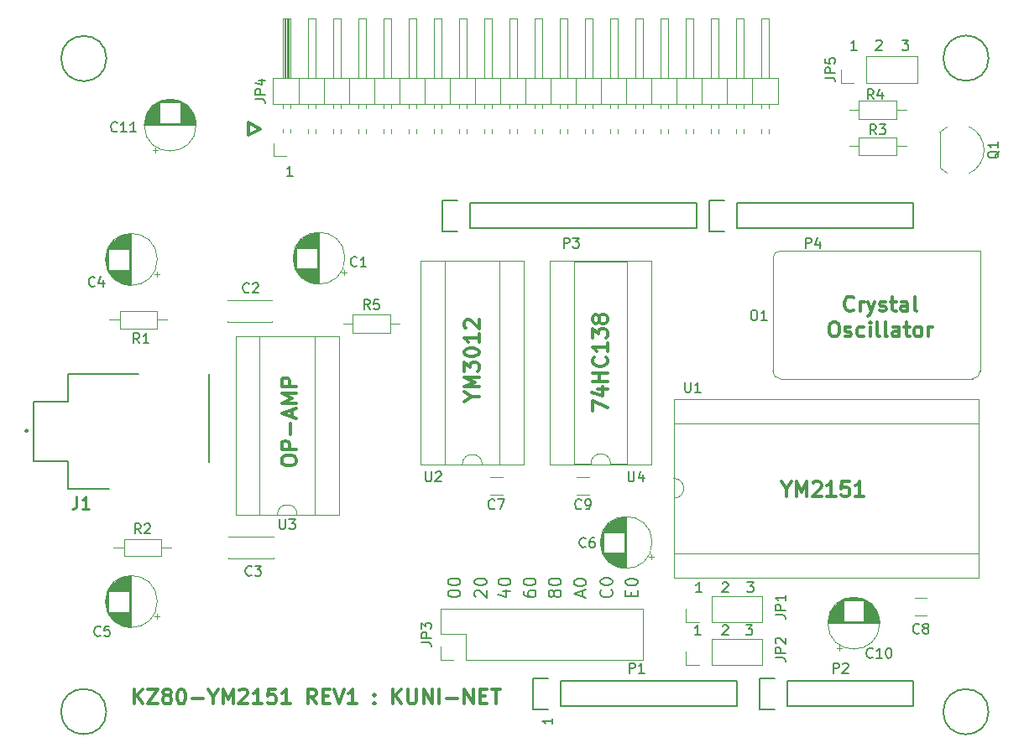
<source format=gto>
G04 #@! TF.GenerationSoftware,KiCad,Pcbnew,(5.0.0-3-g5ebb6b6)*
G04 #@! TF.CreationDate,2018-12-13T21:08:27+09:00*
G04 #@! TF.ProjectId,YM2151,594D323135312E6B696361645F706362,rev?*
G04 #@! TF.SameCoordinates,Original*
G04 #@! TF.FileFunction,Legend,Top*
G04 #@! TF.FilePolarity,Positive*
%FSLAX46Y46*%
G04 Gerber Fmt 4.6, Leading zero omitted, Abs format (unit mm)*
G04 Created by KiCad (PCBNEW (5.0.0-3-g5ebb6b6)) date *
%MOMM*%
%LPD*%
G01*
G04 APERTURE LIST*
%ADD10C,0.150000*%
%ADD11C,0.300000*%
%ADD12C,0.200000*%
%ADD13C,0.120000*%
%ADD14C,0.254000*%
G04 APERTURE END LIST*
D10*
X174606666Y-57842380D02*
X175225714Y-57842380D01*
X174892380Y-58223333D01*
X175035238Y-58223333D01*
X175130476Y-58270952D01*
X175178095Y-58318571D01*
X175225714Y-58413809D01*
X175225714Y-58651904D01*
X175178095Y-58747142D01*
X175130476Y-58794761D01*
X175035238Y-58842380D01*
X174749523Y-58842380D01*
X174654285Y-58794761D01*
X174606666Y-58747142D01*
X171987285Y-57937619D02*
X172034904Y-57890000D01*
X172130142Y-57842380D01*
X172368238Y-57842380D01*
X172463476Y-57890000D01*
X172511095Y-57937619D01*
X172558714Y-58032857D01*
X172558714Y-58128095D01*
X172511095Y-58270952D01*
X171939666Y-58842380D01*
X172558714Y-58842380D01*
X170018714Y-58842380D02*
X169447285Y-58842380D01*
X169733000Y-58842380D02*
X169733000Y-57842380D01*
X169637761Y-57985238D01*
X169542523Y-58080476D01*
X169447285Y-58128095D01*
D11*
X97182571Y-124854571D02*
X97182571Y-123354571D01*
X98039714Y-124854571D02*
X97396857Y-123997428D01*
X98039714Y-123354571D02*
X97182571Y-124211714D01*
X98539714Y-123354571D02*
X99539714Y-123354571D01*
X98539714Y-124854571D01*
X99539714Y-124854571D01*
X100325428Y-123997428D02*
X100182571Y-123926000D01*
X100111142Y-123854571D01*
X100039714Y-123711714D01*
X100039714Y-123640285D01*
X100111142Y-123497428D01*
X100182571Y-123426000D01*
X100325428Y-123354571D01*
X100611142Y-123354571D01*
X100754000Y-123426000D01*
X100825428Y-123497428D01*
X100896857Y-123640285D01*
X100896857Y-123711714D01*
X100825428Y-123854571D01*
X100754000Y-123926000D01*
X100611142Y-123997428D01*
X100325428Y-123997428D01*
X100182571Y-124068857D01*
X100111142Y-124140285D01*
X100039714Y-124283142D01*
X100039714Y-124568857D01*
X100111142Y-124711714D01*
X100182571Y-124783142D01*
X100325428Y-124854571D01*
X100611142Y-124854571D01*
X100754000Y-124783142D01*
X100825428Y-124711714D01*
X100896857Y-124568857D01*
X100896857Y-124283142D01*
X100825428Y-124140285D01*
X100754000Y-124068857D01*
X100611142Y-123997428D01*
X101825428Y-123354571D02*
X101968285Y-123354571D01*
X102111142Y-123426000D01*
X102182571Y-123497428D01*
X102254000Y-123640285D01*
X102325428Y-123926000D01*
X102325428Y-124283142D01*
X102254000Y-124568857D01*
X102182571Y-124711714D01*
X102111142Y-124783142D01*
X101968285Y-124854571D01*
X101825428Y-124854571D01*
X101682571Y-124783142D01*
X101611142Y-124711714D01*
X101539714Y-124568857D01*
X101468285Y-124283142D01*
X101468285Y-123926000D01*
X101539714Y-123640285D01*
X101611142Y-123497428D01*
X101682571Y-123426000D01*
X101825428Y-123354571D01*
X102968285Y-124283142D02*
X104111142Y-124283142D01*
X105111142Y-124140285D02*
X105111142Y-124854571D01*
X104611142Y-123354571D02*
X105111142Y-124140285D01*
X105611142Y-123354571D01*
X106111142Y-124854571D02*
X106111142Y-123354571D01*
X106611142Y-124426000D01*
X107111142Y-123354571D01*
X107111142Y-124854571D01*
X107754000Y-123497428D02*
X107825428Y-123426000D01*
X107968285Y-123354571D01*
X108325428Y-123354571D01*
X108468285Y-123426000D01*
X108539714Y-123497428D01*
X108611142Y-123640285D01*
X108611142Y-123783142D01*
X108539714Y-123997428D01*
X107682571Y-124854571D01*
X108611142Y-124854571D01*
X110039714Y-124854571D02*
X109182571Y-124854571D01*
X109611142Y-124854571D02*
X109611142Y-123354571D01*
X109468285Y-123568857D01*
X109325428Y-123711714D01*
X109182571Y-123783142D01*
X111396857Y-123354571D02*
X110682571Y-123354571D01*
X110611142Y-124068857D01*
X110682571Y-123997428D01*
X110825428Y-123926000D01*
X111182571Y-123926000D01*
X111325428Y-123997428D01*
X111396857Y-124068857D01*
X111468285Y-124211714D01*
X111468285Y-124568857D01*
X111396857Y-124711714D01*
X111325428Y-124783142D01*
X111182571Y-124854571D01*
X110825428Y-124854571D01*
X110682571Y-124783142D01*
X110611142Y-124711714D01*
X112896857Y-124854571D02*
X112039714Y-124854571D01*
X112468285Y-124854571D02*
X112468285Y-123354571D01*
X112325428Y-123568857D01*
X112182571Y-123711714D01*
X112039714Y-123783142D01*
X115539714Y-124854571D02*
X115039714Y-124140285D01*
X114682571Y-124854571D02*
X114682571Y-123354571D01*
X115254000Y-123354571D01*
X115396857Y-123426000D01*
X115468285Y-123497428D01*
X115539714Y-123640285D01*
X115539714Y-123854571D01*
X115468285Y-123997428D01*
X115396857Y-124068857D01*
X115254000Y-124140285D01*
X114682571Y-124140285D01*
X116182571Y-124068857D02*
X116682571Y-124068857D01*
X116896857Y-124854571D02*
X116182571Y-124854571D01*
X116182571Y-123354571D01*
X116896857Y-123354571D01*
X117325428Y-123354571D02*
X117825428Y-124854571D01*
X118325428Y-123354571D01*
X119611142Y-124854571D02*
X118754000Y-124854571D01*
X119182571Y-124854571D02*
X119182571Y-123354571D01*
X119039714Y-123568857D01*
X118896857Y-123711714D01*
X118754000Y-123783142D01*
X121396857Y-124711714D02*
X121468285Y-124783142D01*
X121396857Y-124854571D01*
X121325428Y-124783142D01*
X121396857Y-124711714D01*
X121396857Y-124854571D01*
X121396857Y-123926000D02*
X121468285Y-123997428D01*
X121396857Y-124068857D01*
X121325428Y-123997428D01*
X121396857Y-123926000D01*
X121396857Y-124068857D01*
X123254000Y-124854571D02*
X123254000Y-123354571D01*
X124111142Y-124854571D02*
X123468285Y-123997428D01*
X124111142Y-123354571D02*
X123254000Y-124211714D01*
X124754000Y-123354571D02*
X124754000Y-124568857D01*
X124825428Y-124711714D01*
X124896857Y-124783142D01*
X125039714Y-124854571D01*
X125325428Y-124854571D01*
X125468285Y-124783142D01*
X125539714Y-124711714D01*
X125611142Y-124568857D01*
X125611142Y-123354571D01*
X126325428Y-124854571D02*
X126325428Y-123354571D01*
X127182571Y-124854571D01*
X127182571Y-123354571D01*
X127896857Y-124854571D02*
X127896857Y-123354571D01*
X128611142Y-124283142D02*
X129754000Y-124283142D01*
X130468285Y-124854571D02*
X130468285Y-123354571D01*
X131325428Y-124854571D01*
X131325428Y-123354571D01*
X132039714Y-124068857D02*
X132539714Y-124068857D01*
X132754000Y-124854571D02*
X132039714Y-124854571D01*
X132039714Y-123354571D01*
X132754000Y-123354571D01*
X133182571Y-123354571D02*
X134039714Y-123354571D01*
X133611142Y-124854571D02*
X133611142Y-123354571D01*
X109852285Y-66795000D02*
X108709428Y-67437857D01*
X108709428Y-66152142D01*
X109852285Y-66795000D01*
D12*
X113122714Y-71542380D02*
X112551285Y-71542380D01*
X112837000Y-71542380D02*
X112837000Y-70542380D01*
X112741761Y-70685238D01*
X112646523Y-70780476D01*
X112551285Y-70828095D01*
D11*
X169721428Y-85082714D02*
X169650000Y-85154142D01*
X169435714Y-85225571D01*
X169292857Y-85225571D01*
X169078571Y-85154142D01*
X168935714Y-85011285D01*
X168864285Y-84868428D01*
X168792857Y-84582714D01*
X168792857Y-84368428D01*
X168864285Y-84082714D01*
X168935714Y-83939857D01*
X169078571Y-83797000D01*
X169292857Y-83725571D01*
X169435714Y-83725571D01*
X169650000Y-83797000D01*
X169721428Y-83868428D01*
X170364285Y-85225571D02*
X170364285Y-84225571D01*
X170364285Y-84511285D02*
X170435714Y-84368428D01*
X170507142Y-84297000D01*
X170650000Y-84225571D01*
X170792857Y-84225571D01*
X171150000Y-84225571D02*
X171507142Y-85225571D01*
X171864285Y-84225571D02*
X171507142Y-85225571D01*
X171364285Y-85582714D01*
X171292857Y-85654142D01*
X171150000Y-85725571D01*
X172364285Y-85154142D02*
X172507142Y-85225571D01*
X172792857Y-85225571D01*
X172935714Y-85154142D01*
X173007142Y-85011285D01*
X173007142Y-84939857D01*
X172935714Y-84797000D01*
X172792857Y-84725571D01*
X172578571Y-84725571D01*
X172435714Y-84654142D01*
X172364285Y-84511285D01*
X172364285Y-84439857D01*
X172435714Y-84297000D01*
X172578571Y-84225571D01*
X172792857Y-84225571D01*
X172935714Y-84297000D01*
X173435714Y-84225571D02*
X174007142Y-84225571D01*
X173650000Y-83725571D02*
X173650000Y-85011285D01*
X173721428Y-85154142D01*
X173864285Y-85225571D01*
X174007142Y-85225571D01*
X175150000Y-85225571D02*
X175150000Y-84439857D01*
X175078571Y-84297000D01*
X174935714Y-84225571D01*
X174650000Y-84225571D01*
X174507142Y-84297000D01*
X175150000Y-85154142D02*
X175007142Y-85225571D01*
X174650000Y-85225571D01*
X174507142Y-85154142D01*
X174435714Y-85011285D01*
X174435714Y-84868428D01*
X174507142Y-84725571D01*
X174650000Y-84654142D01*
X175007142Y-84654142D01*
X175150000Y-84582714D01*
X176078571Y-85225571D02*
X175935714Y-85154142D01*
X175864285Y-85011285D01*
X175864285Y-83725571D01*
X167614285Y-86275571D02*
X167900000Y-86275571D01*
X168042857Y-86347000D01*
X168185714Y-86489857D01*
X168257142Y-86775571D01*
X168257142Y-87275571D01*
X168185714Y-87561285D01*
X168042857Y-87704142D01*
X167900000Y-87775571D01*
X167614285Y-87775571D01*
X167471428Y-87704142D01*
X167328571Y-87561285D01*
X167257142Y-87275571D01*
X167257142Y-86775571D01*
X167328571Y-86489857D01*
X167471428Y-86347000D01*
X167614285Y-86275571D01*
X168828571Y-87704142D02*
X168971428Y-87775571D01*
X169257142Y-87775571D01*
X169400000Y-87704142D01*
X169471428Y-87561285D01*
X169471428Y-87489857D01*
X169400000Y-87347000D01*
X169257142Y-87275571D01*
X169042857Y-87275571D01*
X168900000Y-87204142D01*
X168828571Y-87061285D01*
X168828571Y-86989857D01*
X168900000Y-86847000D01*
X169042857Y-86775571D01*
X169257142Y-86775571D01*
X169400000Y-86847000D01*
X170757142Y-87704142D02*
X170614285Y-87775571D01*
X170328571Y-87775571D01*
X170185714Y-87704142D01*
X170114285Y-87632714D01*
X170042857Y-87489857D01*
X170042857Y-87061285D01*
X170114285Y-86918428D01*
X170185714Y-86847000D01*
X170328571Y-86775571D01*
X170614285Y-86775571D01*
X170757142Y-86847000D01*
X171400000Y-87775571D02*
X171400000Y-86775571D01*
X171400000Y-86275571D02*
X171328571Y-86347000D01*
X171400000Y-86418428D01*
X171471428Y-86347000D01*
X171400000Y-86275571D01*
X171400000Y-86418428D01*
X172328571Y-87775571D02*
X172185714Y-87704142D01*
X172114285Y-87561285D01*
X172114285Y-86275571D01*
X173114285Y-87775571D02*
X172971428Y-87704142D01*
X172900000Y-87561285D01*
X172900000Y-86275571D01*
X174328571Y-87775571D02*
X174328571Y-86989857D01*
X174257142Y-86847000D01*
X174114285Y-86775571D01*
X173828571Y-86775571D01*
X173685714Y-86847000D01*
X174328571Y-87704142D02*
X174185714Y-87775571D01*
X173828571Y-87775571D01*
X173685714Y-87704142D01*
X173614285Y-87561285D01*
X173614285Y-87418428D01*
X173685714Y-87275571D01*
X173828571Y-87204142D01*
X174185714Y-87204142D01*
X174328571Y-87132714D01*
X174828571Y-86775571D02*
X175400000Y-86775571D01*
X175042857Y-86275571D02*
X175042857Y-87561285D01*
X175114285Y-87704142D01*
X175257142Y-87775571D01*
X175400000Y-87775571D01*
X176114285Y-87775571D02*
X175971428Y-87704142D01*
X175900000Y-87632714D01*
X175828571Y-87489857D01*
X175828571Y-87061285D01*
X175900000Y-86918428D01*
X175971428Y-86847000D01*
X176114285Y-86775571D01*
X176328571Y-86775571D01*
X176471428Y-86847000D01*
X176542857Y-86918428D01*
X176614285Y-87061285D01*
X176614285Y-87489857D01*
X176542857Y-87632714D01*
X176471428Y-87704142D01*
X176328571Y-87775571D01*
X176114285Y-87775571D01*
X177257142Y-87775571D02*
X177257142Y-86775571D01*
X177257142Y-87061285D02*
X177328571Y-86918428D01*
X177400000Y-86847000D01*
X177542857Y-86775571D01*
X177685714Y-86775571D01*
X162970714Y-103185285D02*
X162970714Y-103899571D01*
X162470714Y-102399571D02*
X162970714Y-103185285D01*
X163470714Y-102399571D01*
X163970714Y-103899571D02*
X163970714Y-102399571D01*
X164470714Y-103471000D01*
X164970714Y-102399571D01*
X164970714Y-103899571D01*
X165613571Y-102542428D02*
X165685000Y-102471000D01*
X165827857Y-102399571D01*
X166185000Y-102399571D01*
X166327857Y-102471000D01*
X166399285Y-102542428D01*
X166470714Y-102685285D01*
X166470714Y-102828142D01*
X166399285Y-103042428D01*
X165542142Y-103899571D01*
X166470714Y-103899571D01*
X167899285Y-103899571D02*
X167042142Y-103899571D01*
X167470714Y-103899571D02*
X167470714Y-102399571D01*
X167327857Y-102613857D01*
X167185000Y-102756714D01*
X167042142Y-102828142D01*
X169256428Y-102399571D02*
X168542142Y-102399571D01*
X168470714Y-103113857D01*
X168542142Y-103042428D01*
X168685000Y-102971000D01*
X169042142Y-102971000D01*
X169185000Y-103042428D01*
X169256428Y-103113857D01*
X169327857Y-103256714D01*
X169327857Y-103613857D01*
X169256428Y-103756714D01*
X169185000Y-103828142D01*
X169042142Y-103899571D01*
X168685000Y-103899571D01*
X168542142Y-103828142D01*
X168470714Y-103756714D01*
X170756428Y-103899571D02*
X169899285Y-103899571D01*
X170327857Y-103899571D02*
X170327857Y-102399571D01*
X170185000Y-102613857D01*
X170042142Y-102756714D01*
X169899285Y-102828142D01*
X143384571Y-95286857D02*
X143384571Y-94286857D01*
X144884571Y-94929714D01*
X143884571Y-93072571D02*
X144884571Y-93072571D01*
X143313142Y-93429714D02*
X144384571Y-93786857D01*
X144384571Y-92858285D01*
X144884571Y-92286857D02*
X143384571Y-92286857D01*
X144098857Y-92286857D02*
X144098857Y-91429714D01*
X144884571Y-91429714D02*
X143384571Y-91429714D01*
X144741714Y-89858285D02*
X144813142Y-89929714D01*
X144884571Y-90144000D01*
X144884571Y-90286857D01*
X144813142Y-90501142D01*
X144670285Y-90644000D01*
X144527428Y-90715428D01*
X144241714Y-90786857D01*
X144027428Y-90786857D01*
X143741714Y-90715428D01*
X143598857Y-90644000D01*
X143456000Y-90501142D01*
X143384571Y-90286857D01*
X143384571Y-90144000D01*
X143456000Y-89929714D01*
X143527428Y-89858285D01*
X144884571Y-88429714D02*
X144884571Y-89286857D01*
X144884571Y-88858285D02*
X143384571Y-88858285D01*
X143598857Y-89001142D01*
X143741714Y-89144000D01*
X143813142Y-89286857D01*
X143384571Y-87929714D02*
X143384571Y-87001142D01*
X143956000Y-87501142D01*
X143956000Y-87286857D01*
X144027428Y-87144000D01*
X144098857Y-87072571D01*
X144241714Y-87001142D01*
X144598857Y-87001142D01*
X144741714Y-87072571D01*
X144813142Y-87144000D01*
X144884571Y-87286857D01*
X144884571Y-87715428D01*
X144813142Y-87858285D01*
X144741714Y-87929714D01*
X144027428Y-86144000D02*
X143956000Y-86286857D01*
X143884571Y-86358285D01*
X143741714Y-86429714D01*
X143670285Y-86429714D01*
X143527428Y-86358285D01*
X143456000Y-86286857D01*
X143384571Y-86144000D01*
X143384571Y-85858285D01*
X143456000Y-85715428D01*
X143527428Y-85644000D01*
X143670285Y-85572571D01*
X143741714Y-85572571D01*
X143884571Y-85644000D01*
X143956000Y-85715428D01*
X144027428Y-85858285D01*
X144027428Y-86144000D01*
X144098857Y-86286857D01*
X144170285Y-86358285D01*
X144313142Y-86429714D01*
X144598857Y-86429714D01*
X144741714Y-86358285D01*
X144813142Y-86286857D01*
X144884571Y-86144000D01*
X144884571Y-85858285D01*
X144813142Y-85715428D01*
X144741714Y-85644000D01*
X144598857Y-85572571D01*
X144313142Y-85572571D01*
X144170285Y-85644000D01*
X144098857Y-85715428D01*
X144027428Y-85858285D01*
X131216285Y-93854285D02*
X131930571Y-93854285D01*
X130430571Y-94354285D02*
X131216285Y-93854285D01*
X130430571Y-93354285D01*
X131930571Y-92854285D02*
X130430571Y-92854285D01*
X131502000Y-92354285D01*
X130430571Y-91854285D01*
X131930571Y-91854285D01*
X130430571Y-91282857D02*
X130430571Y-90354285D01*
X131002000Y-90854285D01*
X131002000Y-90640000D01*
X131073428Y-90497142D01*
X131144857Y-90425714D01*
X131287714Y-90354285D01*
X131644857Y-90354285D01*
X131787714Y-90425714D01*
X131859142Y-90497142D01*
X131930571Y-90640000D01*
X131930571Y-91068571D01*
X131859142Y-91211428D01*
X131787714Y-91282857D01*
X130430571Y-89425714D02*
X130430571Y-89282857D01*
X130502000Y-89140000D01*
X130573428Y-89068571D01*
X130716285Y-88997142D01*
X131002000Y-88925714D01*
X131359142Y-88925714D01*
X131644857Y-88997142D01*
X131787714Y-89068571D01*
X131859142Y-89140000D01*
X131930571Y-89282857D01*
X131930571Y-89425714D01*
X131859142Y-89568571D01*
X131787714Y-89640000D01*
X131644857Y-89711428D01*
X131359142Y-89782857D01*
X131002000Y-89782857D01*
X130716285Y-89711428D01*
X130573428Y-89640000D01*
X130502000Y-89568571D01*
X130430571Y-89425714D01*
X131930571Y-87497142D02*
X131930571Y-88354285D01*
X131930571Y-87925714D02*
X130430571Y-87925714D01*
X130644857Y-88068571D01*
X130787714Y-88211428D01*
X130859142Y-88354285D01*
X130573428Y-86925714D02*
X130502000Y-86854285D01*
X130430571Y-86711428D01*
X130430571Y-86354285D01*
X130502000Y-86211428D01*
X130573428Y-86140000D01*
X130716285Y-86068571D01*
X130859142Y-86068571D01*
X131073428Y-86140000D01*
X131930571Y-86997142D01*
X131930571Y-86068571D01*
X112015571Y-100434428D02*
X112015571Y-100148714D01*
X112087000Y-100005857D01*
X112229857Y-99863000D01*
X112515571Y-99791571D01*
X113015571Y-99791571D01*
X113301285Y-99863000D01*
X113444142Y-100005857D01*
X113515571Y-100148714D01*
X113515571Y-100434428D01*
X113444142Y-100577285D01*
X113301285Y-100720142D01*
X113015571Y-100791571D01*
X112515571Y-100791571D01*
X112229857Y-100720142D01*
X112087000Y-100577285D01*
X112015571Y-100434428D01*
X113515571Y-99148714D02*
X112015571Y-99148714D01*
X112015571Y-98577285D01*
X112087000Y-98434428D01*
X112158428Y-98363000D01*
X112301285Y-98291571D01*
X112515571Y-98291571D01*
X112658428Y-98363000D01*
X112729857Y-98434428D01*
X112801285Y-98577285D01*
X112801285Y-99148714D01*
X112944142Y-97648714D02*
X112944142Y-96505857D01*
X113087000Y-95863000D02*
X113087000Y-95148714D01*
X113515571Y-96005857D02*
X112015571Y-95505857D01*
X113515571Y-95005857D01*
X113515571Y-94505857D02*
X112015571Y-94505857D01*
X113087000Y-94005857D01*
X112015571Y-93505857D01*
X113515571Y-93505857D01*
X113515571Y-92791571D02*
X112015571Y-92791571D01*
X112015571Y-92220142D01*
X112087000Y-92077285D01*
X112158428Y-92005857D01*
X112301285Y-91934428D01*
X112515571Y-91934428D01*
X112658428Y-92005857D01*
X112729857Y-92077285D01*
X112801285Y-92220142D01*
X112801285Y-92791571D01*
D12*
X147291714Y-113990095D02*
X147291714Y-113573428D01*
X147946476Y-113394857D02*
X147946476Y-113990095D01*
X146696476Y-113990095D01*
X146696476Y-113394857D01*
X146696476Y-112621047D02*
X146696476Y-112502000D01*
X146756000Y-112382952D01*
X146815523Y-112323428D01*
X146934571Y-112263904D01*
X147172666Y-112204380D01*
X147470285Y-112204380D01*
X147708380Y-112263904D01*
X147827428Y-112323428D01*
X147886952Y-112382952D01*
X147946476Y-112502000D01*
X147946476Y-112621047D01*
X147886952Y-112740095D01*
X147827428Y-112799619D01*
X147708380Y-112859142D01*
X147470285Y-112918666D01*
X147172666Y-112918666D01*
X146934571Y-112859142D01*
X146815523Y-112799619D01*
X146756000Y-112740095D01*
X146696476Y-112621047D01*
X145287428Y-113335333D02*
X145346952Y-113394857D01*
X145406476Y-113573428D01*
X145406476Y-113692476D01*
X145346952Y-113871047D01*
X145227904Y-113990095D01*
X145108857Y-114049619D01*
X144870761Y-114109142D01*
X144692190Y-114109142D01*
X144454095Y-114049619D01*
X144335047Y-113990095D01*
X144216000Y-113871047D01*
X144156476Y-113692476D01*
X144156476Y-113573428D01*
X144216000Y-113394857D01*
X144275523Y-113335333D01*
X144156476Y-112561523D02*
X144156476Y-112442476D01*
X144216000Y-112323428D01*
X144275523Y-112263904D01*
X144394571Y-112204380D01*
X144632666Y-112144857D01*
X144930285Y-112144857D01*
X145168380Y-112204380D01*
X145287428Y-112263904D01*
X145346952Y-112323428D01*
X145406476Y-112442476D01*
X145406476Y-112561523D01*
X145346952Y-112680571D01*
X145287428Y-112740095D01*
X145168380Y-112799619D01*
X144930285Y-112859142D01*
X144632666Y-112859142D01*
X144394571Y-112799619D01*
X144275523Y-112740095D01*
X144216000Y-112680571D01*
X144156476Y-112561523D01*
X142382333Y-114019857D02*
X142382333Y-113424619D01*
X142739476Y-114138904D02*
X141489476Y-113722238D01*
X142739476Y-113305571D01*
X141489476Y-112650809D02*
X141489476Y-112531761D01*
X141549000Y-112412714D01*
X141608523Y-112353190D01*
X141727571Y-112293666D01*
X141965666Y-112234142D01*
X142263285Y-112234142D01*
X142501380Y-112293666D01*
X142620428Y-112353190D01*
X142679952Y-112412714D01*
X142739476Y-112531761D01*
X142739476Y-112650809D01*
X142679952Y-112769857D01*
X142620428Y-112829380D01*
X142501380Y-112888904D01*
X142263285Y-112948428D01*
X141965666Y-112948428D01*
X141727571Y-112888904D01*
X141608523Y-112829380D01*
X141549000Y-112769857D01*
X141489476Y-112650809D01*
X139485190Y-113841285D02*
X139425666Y-113960333D01*
X139366142Y-114019857D01*
X139247095Y-114079380D01*
X139187571Y-114079380D01*
X139068523Y-114019857D01*
X139009000Y-113960333D01*
X138949476Y-113841285D01*
X138949476Y-113603190D01*
X139009000Y-113484142D01*
X139068523Y-113424619D01*
X139187571Y-113365095D01*
X139247095Y-113365095D01*
X139366142Y-113424619D01*
X139425666Y-113484142D01*
X139485190Y-113603190D01*
X139485190Y-113841285D01*
X139544714Y-113960333D01*
X139604238Y-114019857D01*
X139723285Y-114079380D01*
X139961380Y-114079380D01*
X140080428Y-114019857D01*
X140139952Y-113960333D01*
X140199476Y-113841285D01*
X140199476Y-113603190D01*
X140139952Y-113484142D01*
X140080428Y-113424619D01*
X139961380Y-113365095D01*
X139723285Y-113365095D01*
X139604238Y-113424619D01*
X139544714Y-113484142D01*
X139485190Y-113603190D01*
X138949476Y-112591285D02*
X138949476Y-112472238D01*
X139009000Y-112353190D01*
X139068523Y-112293666D01*
X139187571Y-112234142D01*
X139425666Y-112174619D01*
X139723285Y-112174619D01*
X139961380Y-112234142D01*
X140080428Y-112293666D01*
X140139952Y-112353190D01*
X140199476Y-112472238D01*
X140199476Y-112591285D01*
X140139952Y-112710333D01*
X140080428Y-112769857D01*
X139961380Y-112829380D01*
X139723285Y-112888904D01*
X139425666Y-112888904D01*
X139187571Y-112829380D01*
X139068523Y-112769857D01*
X139009000Y-112710333D01*
X138949476Y-112591285D01*
X136409476Y-113484142D02*
X136409476Y-113722238D01*
X136469000Y-113841285D01*
X136528523Y-113900809D01*
X136707095Y-114019857D01*
X136945190Y-114079380D01*
X137421380Y-114079380D01*
X137540428Y-114019857D01*
X137599952Y-113960333D01*
X137659476Y-113841285D01*
X137659476Y-113603190D01*
X137599952Y-113484142D01*
X137540428Y-113424619D01*
X137421380Y-113365095D01*
X137123761Y-113365095D01*
X137004714Y-113424619D01*
X136945190Y-113484142D01*
X136885666Y-113603190D01*
X136885666Y-113841285D01*
X136945190Y-113960333D01*
X137004714Y-114019857D01*
X137123761Y-114079380D01*
X136409476Y-112591285D02*
X136409476Y-112472238D01*
X136469000Y-112353190D01*
X136528523Y-112293666D01*
X136647571Y-112234142D01*
X136885666Y-112174619D01*
X137183285Y-112174619D01*
X137421380Y-112234142D01*
X137540428Y-112293666D01*
X137599952Y-112353190D01*
X137659476Y-112472238D01*
X137659476Y-112591285D01*
X137599952Y-112710333D01*
X137540428Y-112769857D01*
X137421380Y-112829380D01*
X137183285Y-112888904D01*
X136885666Y-112888904D01*
X136647571Y-112829380D01*
X136528523Y-112769857D01*
X136469000Y-112710333D01*
X136409476Y-112591285D01*
X134286142Y-113484142D02*
X135119476Y-113484142D01*
X133809952Y-113781761D02*
X134702809Y-114079380D01*
X134702809Y-113305571D01*
X133869476Y-112591285D02*
X133869476Y-112472238D01*
X133929000Y-112353190D01*
X133988523Y-112293666D01*
X134107571Y-112234142D01*
X134345666Y-112174619D01*
X134643285Y-112174619D01*
X134881380Y-112234142D01*
X135000428Y-112293666D01*
X135059952Y-112353190D01*
X135119476Y-112472238D01*
X135119476Y-112591285D01*
X135059952Y-112710333D01*
X135000428Y-112769857D01*
X134881380Y-112829380D01*
X134643285Y-112888904D01*
X134345666Y-112888904D01*
X134107571Y-112829380D01*
X133988523Y-112769857D01*
X133929000Y-112710333D01*
X133869476Y-112591285D01*
X131575523Y-114079380D02*
X131516000Y-114019857D01*
X131456476Y-113900809D01*
X131456476Y-113603190D01*
X131516000Y-113484142D01*
X131575523Y-113424619D01*
X131694571Y-113365095D01*
X131813619Y-113365095D01*
X131992190Y-113424619D01*
X132706476Y-114138904D01*
X132706476Y-113365095D01*
X131456476Y-112591285D02*
X131456476Y-112472238D01*
X131516000Y-112353190D01*
X131575523Y-112293666D01*
X131694571Y-112234142D01*
X131932666Y-112174619D01*
X132230285Y-112174619D01*
X132468380Y-112234142D01*
X132587428Y-112293666D01*
X132646952Y-112353190D01*
X132706476Y-112472238D01*
X132706476Y-112591285D01*
X132646952Y-112710333D01*
X132587428Y-112769857D01*
X132468380Y-112829380D01*
X132230285Y-112888904D01*
X131932666Y-112888904D01*
X131694571Y-112829380D01*
X131575523Y-112769857D01*
X131516000Y-112710333D01*
X131456476Y-112591285D01*
X128789476Y-113781761D02*
X128789476Y-113662714D01*
X128849000Y-113543666D01*
X128908523Y-113484142D01*
X129027571Y-113424619D01*
X129265666Y-113365095D01*
X129563285Y-113365095D01*
X129801380Y-113424619D01*
X129920428Y-113484142D01*
X129979952Y-113543666D01*
X130039476Y-113662714D01*
X130039476Y-113781761D01*
X129979952Y-113900809D01*
X129920428Y-113960333D01*
X129801380Y-114019857D01*
X129563285Y-114079380D01*
X129265666Y-114079380D01*
X129027571Y-114019857D01*
X128908523Y-113960333D01*
X128849000Y-113900809D01*
X128789476Y-113781761D01*
X128789476Y-112591285D02*
X128789476Y-112472238D01*
X128849000Y-112353190D01*
X128908523Y-112293666D01*
X129027571Y-112234142D01*
X129265666Y-112174619D01*
X129563285Y-112174619D01*
X129801380Y-112234142D01*
X129920428Y-112293666D01*
X129979952Y-112353190D01*
X130039476Y-112472238D01*
X130039476Y-112591285D01*
X129979952Y-112710333D01*
X129920428Y-112769857D01*
X129801380Y-112829380D01*
X129563285Y-112888904D01*
X129265666Y-112888904D01*
X129027571Y-112829380D01*
X128908523Y-112769857D01*
X128849000Y-112710333D01*
X128789476Y-112591285D01*
D10*
X158858666Y-116897380D02*
X159477714Y-116897380D01*
X159144380Y-117278333D01*
X159287238Y-117278333D01*
X159382476Y-117325952D01*
X159430095Y-117373571D01*
X159477714Y-117468809D01*
X159477714Y-117706904D01*
X159430095Y-117802142D01*
X159382476Y-117849761D01*
X159287238Y-117897380D01*
X159001523Y-117897380D01*
X158906285Y-117849761D01*
X158858666Y-117802142D01*
X156493285Y-116992619D02*
X156540904Y-116945000D01*
X156636142Y-116897380D01*
X156874238Y-116897380D01*
X156969476Y-116945000D01*
X157017095Y-116992619D01*
X157064714Y-117087857D01*
X157064714Y-117183095D01*
X157017095Y-117325952D01*
X156445666Y-117897380D01*
X157064714Y-117897380D01*
X154270714Y-117897380D02*
X153699285Y-117897380D01*
X153985000Y-117897380D02*
X153985000Y-116897380D01*
X153889761Y-117040238D01*
X153794523Y-117135476D01*
X153699285Y-117183095D01*
X158985666Y-112579380D02*
X159604714Y-112579380D01*
X159271380Y-112960333D01*
X159414238Y-112960333D01*
X159509476Y-113007952D01*
X159557095Y-113055571D01*
X159604714Y-113150809D01*
X159604714Y-113388904D01*
X159557095Y-113484142D01*
X159509476Y-113531761D01*
X159414238Y-113579380D01*
X159128523Y-113579380D01*
X159033285Y-113531761D01*
X158985666Y-113484142D01*
X156493285Y-112674619D02*
X156540904Y-112627000D01*
X156636142Y-112579380D01*
X156874238Y-112579380D01*
X156969476Y-112627000D01*
X157017095Y-112674619D01*
X157064714Y-112769857D01*
X157064714Y-112865095D01*
X157017095Y-113007952D01*
X156445666Y-113579380D01*
X157064714Y-113579380D01*
X154397714Y-113579380D02*
X153826285Y-113579380D01*
X154112000Y-113579380D02*
X154112000Y-112579380D01*
X154016761Y-112722238D01*
X153921523Y-112817476D01*
X153826285Y-112865095D01*
X139324380Y-126303285D02*
X139324380Y-126874714D01*
X139324380Y-126589000D02*
X138324380Y-126589000D01*
X138467238Y-126684238D01*
X138562476Y-126779476D01*
X138610095Y-126874714D01*
D13*
G04 #@! TO.C,C1*
X118398000Y-79853000D02*
G75*
G03X118398000Y-79853000I-2620000J0D01*
G01*
X115778000Y-82433000D02*
X115778000Y-77273000D01*
X115738000Y-82433000D02*
X115738000Y-77273000D01*
X115698000Y-82432000D02*
X115698000Y-77274000D01*
X115658000Y-82431000D02*
X115658000Y-77275000D01*
X115618000Y-82429000D02*
X115618000Y-77277000D01*
X115578000Y-82426000D02*
X115578000Y-77280000D01*
X115538000Y-82422000D02*
X115538000Y-80893000D01*
X115538000Y-78813000D02*
X115538000Y-77284000D01*
X115498000Y-82418000D02*
X115498000Y-80893000D01*
X115498000Y-78813000D02*
X115498000Y-77288000D01*
X115458000Y-82414000D02*
X115458000Y-80893000D01*
X115458000Y-78813000D02*
X115458000Y-77292000D01*
X115418000Y-82409000D02*
X115418000Y-80893000D01*
X115418000Y-78813000D02*
X115418000Y-77297000D01*
X115378000Y-82403000D02*
X115378000Y-80893000D01*
X115378000Y-78813000D02*
X115378000Y-77303000D01*
X115338000Y-82396000D02*
X115338000Y-80893000D01*
X115338000Y-78813000D02*
X115338000Y-77310000D01*
X115298000Y-82389000D02*
X115298000Y-80893000D01*
X115298000Y-78813000D02*
X115298000Y-77317000D01*
X115258000Y-82381000D02*
X115258000Y-80893000D01*
X115258000Y-78813000D02*
X115258000Y-77325000D01*
X115218000Y-82373000D02*
X115218000Y-80893000D01*
X115218000Y-78813000D02*
X115218000Y-77333000D01*
X115178000Y-82364000D02*
X115178000Y-80893000D01*
X115178000Y-78813000D02*
X115178000Y-77342000D01*
X115138000Y-82354000D02*
X115138000Y-80893000D01*
X115138000Y-78813000D02*
X115138000Y-77352000D01*
X115098000Y-82344000D02*
X115098000Y-80893000D01*
X115098000Y-78813000D02*
X115098000Y-77362000D01*
X115057000Y-82333000D02*
X115057000Y-80893000D01*
X115057000Y-78813000D02*
X115057000Y-77373000D01*
X115017000Y-82321000D02*
X115017000Y-80893000D01*
X115017000Y-78813000D02*
X115017000Y-77385000D01*
X114977000Y-82308000D02*
X114977000Y-80893000D01*
X114977000Y-78813000D02*
X114977000Y-77398000D01*
X114937000Y-82295000D02*
X114937000Y-80893000D01*
X114937000Y-78813000D02*
X114937000Y-77411000D01*
X114897000Y-82281000D02*
X114897000Y-80893000D01*
X114897000Y-78813000D02*
X114897000Y-77425000D01*
X114857000Y-82267000D02*
X114857000Y-80893000D01*
X114857000Y-78813000D02*
X114857000Y-77439000D01*
X114817000Y-82251000D02*
X114817000Y-80893000D01*
X114817000Y-78813000D02*
X114817000Y-77455000D01*
X114777000Y-82235000D02*
X114777000Y-80893000D01*
X114777000Y-78813000D02*
X114777000Y-77471000D01*
X114737000Y-82218000D02*
X114737000Y-80893000D01*
X114737000Y-78813000D02*
X114737000Y-77488000D01*
X114697000Y-82201000D02*
X114697000Y-80893000D01*
X114697000Y-78813000D02*
X114697000Y-77505000D01*
X114657000Y-82182000D02*
X114657000Y-80893000D01*
X114657000Y-78813000D02*
X114657000Y-77524000D01*
X114617000Y-82163000D02*
X114617000Y-80893000D01*
X114617000Y-78813000D02*
X114617000Y-77543000D01*
X114577000Y-82143000D02*
X114577000Y-80893000D01*
X114577000Y-78813000D02*
X114577000Y-77563000D01*
X114537000Y-82121000D02*
X114537000Y-80893000D01*
X114537000Y-78813000D02*
X114537000Y-77585000D01*
X114497000Y-82100000D02*
X114497000Y-80893000D01*
X114497000Y-78813000D02*
X114497000Y-77606000D01*
X114457000Y-82077000D02*
X114457000Y-80893000D01*
X114457000Y-78813000D02*
X114457000Y-77629000D01*
X114417000Y-82053000D02*
X114417000Y-80893000D01*
X114417000Y-78813000D02*
X114417000Y-77653000D01*
X114377000Y-82028000D02*
X114377000Y-80893000D01*
X114377000Y-78813000D02*
X114377000Y-77678000D01*
X114337000Y-82002000D02*
X114337000Y-80893000D01*
X114337000Y-78813000D02*
X114337000Y-77704000D01*
X114297000Y-81975000D02*
X114297000Y-80893000D01*
X114297000Y-78813000D02*
X114297000Y-77731000D01*
X114257000Y-81948000D02*
X114257000Y-80893000D01*
X114257000Y-78813000D02*
X114257000Y-77758000D01*
X114217000Y-81918000D02*
X114217000Y-80893000D01*
X114217000Y-78813000D02*
X114217000Y-77788000D01*
X114177000Y-81888000D02*
X114177000Y-80893000D01*
X114177000Y-78813000D02*
X114177000Y-77818000D01*
X114137000Y-81857000D02*
X114137000Y-80893000D01*
X114137000Y-78813000D02*
X114137000Y-77849000D01*
X114097000Y-81824000D02*
X114097000Y-80893000D01*
X114097000Y-78813000D02*
X114097000Y-77882000D01*
X114057000Y-81790000D02*
X114057000Y-80893000D01*
X114057000Y-78813000D02*
X114057000Y-77916000D01*
X114017000Y-81754000D02*
X114017000Y-80893000D01*
X114017000Y-78813000D02*
X114017000Y-77952000D01*
X113977000Y-81717000D02*
X113977000Y-80893000D01*
X113977000Y-78813000D02*
X113977000Y-77989000D01*
X113937000Y-81679000D02*
X113937000Y-80893000D01*
X113937000Y-78813000D02*
X113937000Y-78027000D01*
X113897000Y-81638000D02*
X113897000Y-80893000D01*
X113897000Y-78813000D02*
X113897000Y-78068000D01*
X113857000Y-81596000D02*
X113857000Y-80893000D01*
X113857000Y-78813000D02*
X113857000Y-78110000D01*
X113817000Y-81552000D02*
X113817000Y-80893000D01*
X113817000Y-78813000D02*
X113817000Y-78154000D01*
X113777000Y-81506000D02*
X113777000Y-80893000D01*
X113777000Y-78813000D02*
X113777000Y-78200000D01*
X113737000Y-81458000D02*
X113737000Y-80893000D01*
X113737000Y-78813000D02*
X113737000Y-78248000D01*
X113697000Y-81407000D02*
X113697000Y-80893000D01*
X113697000Y-78813000D02*
X113697000Y-78299000D01*
X113657000Y-81353000D02*
X113657000Y-80893000D01*
X113657000Y-78813000D02*
X113657000Y-78353000D01*
X113617000Y-81296000D02*
X113617000Y-80893000D01*
X113617000Y-78813000D02*
X113617000Y-78410000D01*
X113577000Y-81236000D02*
X113577000Y-80893000D01*
X113577000Y-78813000D02*
X113577000Y-78470000D01*
X113537000Y-81172000D02*
X113537000Y-80893000D01*
X113537000Y-78813000D02*
X113537000Y-78534000D01*
X113497000Y-81104000D02*
X113497000Y-80893000D01*
X113497000Y-78813000D02*
X113497000Y-78602000D01*
X113457000Y-81031000D02*
X113457000Y-78675000D01*
X113417000Y-80951000D02*
X113417000Y-78755000D01*
X113377000Y-80864000D02*
X113377000Y-78842000D01*
X113337000Y-80768000D02*
X113337000Y-78938000D01*
X113297000Y-80658000D02*
X113297000Y-79048000D01*
X113257000Y-80530000D02*
X113257000Y-79176000D01*
X113217000Y-80371000D02*
X113217000Y-79335000D01*
X113177000Y-80137000D02*
X113177000Y-79569000D01*
X118582775Y-81328000D02*
X118082775Y-81328000D01*
X118332775Y-81578000D02*
X118332775Y-81078000D01*
G04 #@! TO.C,C4*
X99409775Y-81705000D02*
X99409775Y-81205000D01*
X99659775Y-81455000D02*
X99159775Y-81455000D01*
X94254000Y-80264000D02*
X94254000Y-79696000D01*
X94294000Y-80498000D02*
X94294000Y-79462000D01*
X94334000Y-80657000D02*
X94334000Y-79303000D01*
X94374000Y-80785000D02*
X94374000Y-79175000D01*
X94414000Y-80895000D02*
X94414000Y-79065000D01*
X94454000Y-80991000D02*
X94454000Y-78969000D01*
X94494000Y-81078000D02*
X94494000Y-78882000D01*
X94534000Y-81158000D02*
X94534000Y-78802000D01*
X94574000Y-78940000D02*
X94574000Y-78729000D01*
X94574000Y-81231000D02*
X94574000Y-81020000D01*
X94614000Y-78940000D02*
X94614000Y-78661000D01*
X94614000Y-81299000D02*
X94614000Y-81020000D01*
X94654000Y-78940000D02*
X94654000Y-78597000D01*
X94654000Y-81363000D02*
X94654000Y-81020000D01*
X94694000Y-78940000D02*
X94694000Y-78537000D01*
X94694000Y-81423000D02*
X94694000Y-81020000D01*
X94734000Y-78940000D02*
X94734000Y-78480000D01*
X94734000Y-81480000D02*
X94734000Y-81020000D01*
X94774000Y-78940000D02*
X94774000Y-78426000D01*
X94774000Y-81534000D02*
X94774000Y-81020000D01*
X94814000Y-78940000D02*
X94814000Y-78375000D01*
X94814000Y-81585000D02*
X94814000Y-81020000D01*
X94854000Y-78940000D02*
X94854000Y-78327000D01*
X94854000Y-81633000D02*
X94854000Y-81020000D01*
X94894000Y-78940000D02*
X94894000Y-78281000D01*
X94894000Y-81679000D02*
X94894000Y-81020000D01*
X94934000Y-78940000D02*
X94934000Y-78237000D01*
X94934000Y-81723000D02*
X94934000Y-81020000D01*
X94974000Y-78940000D02*
X94974000Y-78195000D01*
X94974000Y-81765000D02*
X94974000Y-81020000D01*
X95014000Y-78940000D02*
X95014000Y-78154000D01*
X95014000Y-81806000D02*
X95014000Y-81020000D01*
X95054000Y-78940000D02*
X95054000Y-78116000D01*
X95054000Y-81844000D02*
X95054000Y-81020000D01*
X95094000Y-78940000D02*
X95094000Y-78079000D01*
X95094000Y-81881000D02*
X95094000Y-81020000D01*
X95134000Y-78940000D02*
X95134000Y-78043000D01*
X95134000Y-81917000D02*
X95134000Y-81020000D01*
X95174000Y-78940000D02*
X95174000Y-78009000D01*
X95174000Y-81951000D02*
X95174000Y-81020000D01*
X95214000Y-78940000D02*
X95214000Y-77976000D01*
X95214000Y-81984000D02*
X95214000Y-81020000D01*
X95254000Y-78940000D02*
X95254000Y-77945000D01*
X95254000Y-82015000D02*
X95254000Y-81020000D01*
X95294000Y-78940000D02*
X95294000Y-77915000D01*
X95294000Y-82045000D02*
X95294000Y-81020000D01*
X95334000Y-78940000D02*
X95334000Y-77885000D01*
X95334000Y-82075000D02*
X95334000Y-81020000D01*
X95374000Y-78940000D02*
X95374000Y-77858000D01*
X95374000Y-82102000D02*
X95374000Y-81020000D01*
X95414000Y-78940000D02*
X95414000Y-77831000D01*
X95414000Y-82129000D02*
X95414000Y-81020000D01*
X95454000Y-78940000D02*
X95454000Y-77805000D01*
X95454000Y-82155000D02*
X95454000Y-81020000D01*
X95494000Y-78940000D02*
X95494000Y-77780000D01*
X95494000Y-82180000D02*
X95494000Y-81020000D01*
X95534000Y-78940000D02*
X95534000Y-77756000D01*
X95534000Y-82204000D02*
X95534000Y-81020000D01*
X95574000Y-78940000D02*
X95574000Y-77733000D01*
X95574000Y-82227000D02*
X95574000Y-81020000D01*
X95614000Y-78940000D02*
X95614000Y-77712000D01*
X95614000Y-82248000D02*
X95614000Y-81020000D01*
X95654000Y-78940000D02*
X95654000Y-77690000D01*
X95654000Y-82270000D02*
X95654000Y-81020000D01*
X95694000Y-78940000D02*
X95694000Y-77670000D01*
X95694000Y-82290000D02*
X95694000Y-81020000D01*
X95734000Y-78940000D02*
X95734000Y-77651000D01*
X95734000Y-82309000D02*
X95734000Y-81020000D01*
X95774000Y-78940000D02*
X95774000Y-77632000D01*
X95774000Y-82328000D02*
X95774000Y-81020000D01*
X95814000Y-78940000D02*
X95814000Y-77615000D01*
X95814000Y-82345000D02*
X95814000Y-81020000D01*
X95854000Y-78940000D02*
X95854000Y-77598000D01*
X95854000Y-82362000D02*
X95854000Y-81020000D01*
X95894000Y-78940000D02*
X95894000Y-77582000D01*
X95894000Y-82378000D02*
X95894000Y-81020000D01*
X95934000Y-78940000D02*
X95934000Y-77566000D01*
X95934000Y-82394000D02*
X95934000Y-81020000D01*
X95974000Y-78940000D02*
X95974000Y-77552000D01*
X95974000Y-82408000D02*
X95974000Y-81020000D01*
X96014000Y-78940000D02*
X96014000Y-77538000D01*
X96014000Y-82422000D02*
X96014000Y-81020000D01*
X96054000Y-78940000D02*
X96054000Y-77525000D01*
X96054000Y-82435000D02*
X96054000Y-81020000D01*
X96094000Y-78940000D02*
X96094000Y-77512000D01*
X96094000Y-82448000D02*
X96094000Y-81020000D01*
X96134000Y-78940000D02*
X96134000Y-77500000D01*
X96134000Y-82460000D02*
X96134000Y-81020000D01*
X96175000Y-78940000D02*
X96175000Y-77489000D01*
X96175000Y-82471000D02*
X96175000Y-81020000D01*
X96215000Y-78940000D02*
X96215000Y-77479000D01*
X96215000Y-82481000D02*
X96215000Y-81020000D01*
X96255000Y-78940000D02*
X96255000Y-77469000D01*
X96255000Y-82491000D02*
X96255000Y-81020000D01*
X96295000Y-78940000D02*
X96295000Y-77460000D01*
X96295000Y-82500000D02*
X96295000Y-81020000D01*
X96335000Y-78940000D02*
X96335000Y-77452000D01*
X96335000Y-82508000D02*
X96335000Y-81020000D01*
X96375000Y-78940000D02*
X96375000Y-77444000D01*
X96375000Y-82516000D02*
X96375000Y-81020000D01*
X96415000Y-78940000D02*
X96415000Y-77437000D01*
X96415000Y-82523000D02*
X96415000Y-81020000D01*
X96455000Y-78940000D02*
X96455000Y-77430000D01*
X96455000Y-82530000D02*
X96455000Y-81020000D01*
X96495000Y-78940000D02*
X96495000Y-77424000D01*
X96495000Y-82536000D02*
X96495000Y-81020000D01*
X96535000Y-78940000D02*
X96535000Y-77419000D01*
X96535000Y-82541000D02*
X96535000Y-81020000D01*
X96575000Y-78940000D02*
X96575000Y-77415000D01*
X96575000Y-82545000D02*
X96575000Y-81020000D01*
X96615000Y-78940000D02*
X96615000Y-77411000D01*
X96615000Y-82549000D02*
X96615000Y-81020000D01*
X96655000Y-82553000D02*
X96655000Y-77407000D01*
X96695000Y-82556000D02*
X96695000Y-77404000D01*
X96735000Y-82558000D02*
X96735000Y-77402000D01*
X96775000Y-82559000D02*
X96775000Y-77401000D01*
X96815000Y-82560000D02*
X96815000Y-77400000D01*
X96855000Y-82560000D02*
X96855000Y-77400000D01*
X99475000Y-79980000D02*
G75*
G03X99475000Y-79980000I-2620000J0D01*
G01*
G04 #@! TO.C,C5*
X99475000Y-114524000D02*
G75*
G03X99475000Y-114524000I-2620000J0D01*
G01*
X96855000Y-117104000D02*
X96855000Y-111944000D01*
X96815000Y-117104000D02*
X96815000Y-111944000D01*
X96775000Y-117103000D02*
X96775000Y-111945000D01*
X96735000Y-117102000D02*
X96735000Y-111946000D01*
X96695000Y-117100000D02*
X96695000Y-111948000D01*
X96655000Y-117097000D02*
X96655000Y-111951000D01*
X96615000Y-117093000D02*
X96615000Y-115564000D01*
X96615000Y-113484000D02*
X96615000Y-111955000D01*
X96575000Y-117089000D02*
X96575000Y-115564000D01*
X96575000Y-113484000D02*
X96575000Y-111959000D01*
X96535000Y-117085000D02*
X96535000Y-115564000D01*
X96535000Y-113484000D02*
X96535000Y-111963000D01*
X96495000Y-117080000D02*
X96495000Y-115564000D01*
X96495000Y-113484000D02*
X96495000Y-111968000D01*
X96455000Y-117074000D02*
X96455000Y-115564000D01*
X96455000Y-113484000D02*
X96455000Y-111974000D01*
X96415000Y-117067000D02*
X96415000Y-115564000D01*
X96415000Y-113484000D02*
X96415000Y-111981000D01*
X96375000Y-117060000D02*
X96375000Y-115564000D01*
X96375000Y-113484000D02*
X96375000Y-111988000D01*
X96335000Y-117052000D02*
X96335000Y-115564000D01*
X96335000Y-113484000D02*
X96335000Y-111996000D01*
X96295000Y-117044000D02*
X96295000Y-115564000D01*
X96295000Y-113484000D02*
X96295000Y-112004000D01*
X96255000Y-117035000D02*
X96255000Y-115564000D01*
X96255000Y-113484000D02*
X96255000Y-112013000D01*
X96215000Y-117025000D02*
X96215000Y-115564000D01*
X96215000Y-113484000D02*
X96215000Y-112023000D01*
X96175000Y-117015000D02*
X96175000Y-115564000D01*
X96175000Y-113484000D02*
X96175000Y-112033000D01*
X96134000Y-117004000D02*
X96134000Y-115564000D01*
X96134000Y-113484000D02*
X96134000Y-112044000D01*
X96094000Y-116992000D02*
X96094000Y-115564000D01*
X96094000Y-113484000D02*
X96094000Y-112056000D01*
X96054000Y-116979000D02*
X96054000Y-115564000D01*
X96054000Y-113484000D02*
X96054000Y-112069000D01*
X96014000Y-116966000D02*
X96014000Y-115564000D01*
X96014000Y-113484000D02*
X96014000Y-112082000D01*
X95974000Y-116952000D02*
X95974000Y-115564000D01*
X95974000Y-113484000D02*
X95974000Y-112096000D01*
X95934000Y-116938000D02*
X95934000Y-115564000D01*
X95934000Y-113484000D02*
X95934000Y-112110000D01*
X95894000Y-116922000D02*
X95894000Y-115564000D01*
X95894000Y-113484000D02*
X95894000Y-112126000D01*
X95854000Y-116906000D02*
X95854000Y-115564000D01*
X95854000Y-113484000D02*
X95854000Y-112142000D01*
X95814000Y-116889000D02*
X95814000Y-115564000D01*
X95814000Y-113484000D02*
X95814000Y-112159000D01*
X95774000Y-116872000D02*
X95774000Y-115564000D01*
X95774000Y-113484000D02*
X95774000Y-112176000D01*
X95734000Y-116853000D02*
X95734000Y-115564000D01*
X95734000Y-113484000D02*
X95734000Y-112195000D01*
X95694000Y-116834000D02*
X95694000Y-115564000D01*
X95694000Y-113484000D02*
X95694000Y-112214000D01*
X95654000Y-116814000D02*
X95654000Y-115564000D01*
X95654000Y-113484000D02*
X95654000Y-112234000D01*
X95614000Y-116792000D02*
X95614000Y-115564000D01*
X95614000Y-113484000D02*
X95614000Y-112256000D01*
X95574000Y-116771000D02*
X95574000Y-115564000D01*
X95574000Y-113484000D02*
X95574000Y-112277000D01*
X95534000Y-116748000D02*
X95534000Y-115564000D01*
X95534000Y-113484000D02*
X95534000Y-112300000D01*
X95494000Y-116724000D02*
X95494000Y-115564000D01*
X95494000Y-113484000D02*
X95494000Y-112324000D01*
X95454000Y-116699000D02*
X95454000Y-115564000D01*
X95454000Y-113484000D02*
X95454000Y-112349000D01*
X95414000Y-116673000D02*
X95414000Y-115564000D01*
X95414000Y-113484000D02*
X95414000Y-112375000D01*
X95374000Y-116646000D02*
X95374000Y-115564000D01*
X95374000Y-113484000D02*
X95374000Y-112402000D01*
X95334000Y-116619000D02*
X95334000Y-115564000D01*
X95334000Y-113484000D02*
X95334000Y-112429000D01*
X95294000Y-116589000D02*
X95294000Y-115564000D01*
X95294000Y-113484000D02*
X95294000Y-112459000D01*
X95254000Y-116559000D02*
X95254000Y-115564000D01*
X95254000Y-113484000D02*
X95254000Y-112489000D01*
X95214000Y-116528000D02*
X95214000Y-115564000D01*
X95214000Y-113484000D02*
X95214000Y-112520000D01*
X95174000Y-116495000D02*
X95174000Y-115564000D01*
X95174000Y-113484000D02*
X95174000Y-112553000D01*
X95134000Y-116461000D02*
X95134000Y-115564000D01*
X95134000Y-113484000D02*
X95134000Y-112587000D01*
X95094000Y-116425000D02*
X95094000Y-115564000D01*
X95094000Y-113484000D02*
X95094000Y-112623000D01*
X95054000Y-116388000D02*
X95054000Y-115564000D01*
X95054000Y-113484000D02*
X95054000Y-112660000D01*
X95014000Y-116350000D02*
X95014000Y-115564000D01*
X95014000Y-113484000D02*
X95014000Y-112698000D01*
X94974000Y-116309000D02*
X94974000Y-115564000D01*
X94974000Y-113484000D02*
X94974000Y-112739000D01*
X94934000Y-116267000D02*
X94934000Y-115564000D01*
X94934000Y-113484000D02*
X94934000Y-112781000D01*
X94894000Y-116223000D02*
X94894000Y-115564000D01*
X94894000Y-113484000D02*
X94894000Y-112825000D01*
X94854000Y-116177000D02*
X94854000Y-115564000D01*
X94854000Y-113484000D02*
X94854000Y-112871000D01*
X94814000Y-116129000D02*
X94814000Y-115564000D01*
X94814000Y-113484000D02*
X94814000Y-112919000D01*
X94774000Y-116078000D02*
X94774000Y-115564000D01*
X94774000Y-113484000D02*
X94774000Y-112970000D01*
X94734000Y-116024000D02*
X94734000Y-115564000D01*
X94734000Y-113484000D02*
X94734000Y-113024000D01*
X94694000Y-115967000D02*
X94694000Y-115564000D01*
X94694000Y-113484000D02*
X94694000Y-113081000D01*
X94654000Y-115907000D02*
X94654000Y-115564000D01*
X94654000Y-113484000D02*
X94654000Y-113141000D01*
X94614000Y-115843000D02*
X94614000Y-115564000D01*
X94614000Y-113484000D02*
X94614000Y-113205000D01*
X94574000Y-115775000D02*
X94574000Y-115564000D01*
X94574000Y-113484000D02*
X94574000Y-113273000D01*
X94534000Y-115702000D02*
X94534000Y-113346000D01*
X94494000Y-115622000D02*
X94494000Y-113426000D01*
X94454000Y-115535000D02*
X94454000Y-113513000D01*
X94414000Y-115439000D02*
X94414000Y-113609000D01*
X94374000Y-115329000D02*
X94374000Y-113719000D01*
X94334000Y-115201000D02*
X94334000Y-113847000D01*
X94294000Y-115042000D02*
X94294000Y-114006000D01*
X94254000Y-114808000D02*
X94254000Y-114240000D01*
X99659775Y-115999000D02*
X99159775Y-115999000D01*
X99409775Y-116249000D02*
X99409775Y-115749000D01*
G04 #@! TO.C,C6*
X149320775Y-110280000D02*
X149320775Y-109780000D01*
X149570775Y-110030000D02*
X149070775Y-110030000D01*
X144165000Y-108839000D02*
X144165000Y-108271000D01*
X144205000Y-109073000D02*
X144205000Y-108037000D01*
X144245000Y-109232000D02*
X144245000Y-107878000D01*
X144285000Y-109360000D02*
X144285000Y-107750000D01*
X144325000Y-109470000D02*
X144325000Y-107640000D01*
X144365000Y-109566000D02*
X144365000Y-107544000D01*
X144405000Y-109653000D02*
X144405000Y-107457000D01*
X144445000Y-109733000D02*
X144445000Y-107377000D01*
X144485000Y-107515000D02*
X144485000Y-107304000D01*
X144485000Y-109806000D02*
X144485000Y-109595000D01*
X144525000Y-107515000D02*
X144525000Y-107236000D01*
X144525000Y-109874000D02*
X144525000Y-109595000D01*
X144565000Y-107515000D02*
X144565000Y-107172000D01*
X144565000Y-109938000D02*
X144565000Y-109595000D01*
X144605000Y-107515000D02*
X144605000Y-107112000D01*
X144605000Y-109998000D02*
X144605000Y-109595000D01*
X144645000Y-107515000D02*
X144645000Y-107055000D01*
X144645000Y-110055000D02*
X144645000Y-109595000D01*
X144685000Y-107515000D02*
X144685000Y-107001000D01*
X144685000Y-110109000D02*
X144685000Y-109595000D01*
X144725000Y-107515000D02*
X144725000Y-106950000D01*
X144725000Y-110160000D02*
X144725000Y-109595000D01*
X144765000Y-107515000D02*
X144765000Y-106902000D01*
X144765000Y-110208000D02*
X144765000Y-109595000D01*
X144805000Y-107515000D02*
X144805000Y-106856000D01*
X144805000Y-110254000D02*
X144805000Y-109595000D01*
X144845000Y-107515000D02*
X144845000Y-106812000D01*
X144845000Y-110298000D02*
X144845000Y-109595000D01*
X144885000Y-107515000D02*
X144885000Y-106770000D01*
X144885000Y-110340000D02*
X144885000Y-109595000D01*
X144925000Y-107515000D02*
X144925000Y-106729000D01*
X144925000Y-110381000D02*
X144925000Y-109595000D01*
X144965000Y-107515000D02*
X144965000Y-106691000D01*
X144965000Y-110419000D02*
X144965000Y-109595000D01*
X145005000Y-107515000D02*
X145005000Y-106654000D01*
X145005000Y-110456000D02*
X145005000Y-109595000D01*
X145045000Y-107515000D02*
X145045000Y-106618000D01*
X145045000Y-110492000D02*
X145045000Y-109595000D01*
X145085000Y-107515000D02*
X145085000Y-106584000D01*
X145085000Y-110526000D02*
X145085000Y-109595000D01*
X145125000Y-107515000D02*
X145125000Y-106551000D01*
X145125000Y-110559000D02*
X145125000Y-109595000D01*
X145165000Y-107515000D02*
X145165000Y-106520000D01*
X145165000Y-110590000D02*
X145165000Y-109595000D01*
X145205000Y-107515000D02*
X145205000Y-106490000D01*
X145205000Y-110620000D02*
X145205000Y-109595000D01*
X145245000Y-107515000D02*
X145245000Y-106460000D01*
X145245000Y-110650000D02*
X145245000Y-109595000D01*
X145285000Y-107515000D02*
X145285000Y-106433000D01*
X145285000Y-110677000D02*
X145285000Y-109595000D01*
X145325000Y-107515000D02*
X145325000Y-106406000D01*
X145325000Y-110704000D02*
X145325000Y-109595000D01*
X145365000Y-107515000D02*
X145365000Y-106380000D01*
X145365000Y-110730000D02*
X145365000Y-109595000D01*
X145405000Y-107515000D02*
X145405000Y-106355000D01*
X145405000Y-110755000D02*
X145405000Y-109595000D01*
X145445000Y-107515000D02*
X145445000Y-106331000D01*
X145445000Y-110779000D02*
X145445000Y-109595000D01*
X145485000Y-107515000D02*
X145485000Y-106308000D01*
X145485000Y-110802000D02*
X145485000Y-109595000D01*
X145525000Y-107515000D02*
X145525000Y-106287000D01*
X145525000Y-110823000D02*
X145525000Y-109595000D01*
X145565000Y-107515000D02*
X145565000Y-106265000D01*
X145565000Y-110845000D02*
X145565000Y-109595000D01*
X145605000Y-107515000D02*
X145605000Y-106245000D01*
X145605000Y-110865000D02*
X145605000Y-109595000D01*
X145645000Y-107515000D02*
X145645000Y-106226000D01*
X145645000Y-110884000D02*
X145645000Y-109595000D01*
X145685000Y-107515000D02*
X145685000Y-106207000D01*
X145685000Y-110903000D02*
X145685000Y-109595000D01*
X145725000Y-107515000D02*
X145725000Y-106190000D01*
X145725000Y-110920000D02*
X145725000Y-109595000D01*
X145765000Y-107515000D02*
X145765000Y-106173000D01*
X145765000Y-110937000D02*
X145765000Y-109595000D01*
X145805000Y-107515000D02*
X145805000Y-106157000D01*
X145805000Y-110953000D02*
X145805000Y-109595000D01*
X145845000Y-107515000D02*
X145845000Y-106141000D01*
X145845000Y-110969000D02*
X145845000Y-109595000D01*
X145885000Y-107515000D02*
X145885000Y-106127000D01*
X145885000Y-110983000D02*
X145885000Y-109595000D01*
X145925000Y-107515000D02*
X145925000Y-106113000D01*
X145925000Y-110997000D02*
X145925000Y-109595000D01*
X145965000Y-107515000D02*
X145965000Y-106100000D01*
X145965000Y-111010000D02*
X145965000Y-109595000D01*
X146005000Y-107515000D02*
X146005000Y-106087000D01*
X146005000Y-111023000D02*
X146005000Y-109595000D01*
X146045000Y-107515000D02*
X146045000Y-106075000D01*
X146045000Y-111035000D02*
X146045000Y-109595000D01*
X146086000Y-107515000D02*
X146086000Y-106064000D01*
X146086000Y-111046000D02*
X146086000Y-109595000D01*
X146126000Y-107515000D02*
X146126000Y-106054000D01*
X146126000Y-111056000D02*
X146126000Y-109595000D01*
X146166000Y-107515000D02*
X146166000Y-106044000D01*
X146166000Y-111066000D02*
X146166000Y-109595000D01*
X146206000Y-107515000D02*
X146206000Y-106035000D01*
X146206000Y-111075000D02*
X146206000Y-109595000D01*
X146246000Y-107515000D02*
X146246000Y-106027000D01*
X146246000Y-111083000D02*
X146246000Y-109595000D01*
X146286000Y-107515000D02*
X146286000Y-106019000D01*
X146286000Y-111091000D02*
X146286000Y-109595000D01*
X146326000Y-107515000D02*
X146326000Y-106012000D01*
X146326000Y-111098000D02*
X146326000Y-109595000D01*
X146366000Y-107515000D02*
X146366000Y-106005000D01*
X146366000Y-111105000D02*
X146366000Y-109595000D01*
X146406000Y-107515000D02*
X146406000Y-105999000D01*
X146406000Y-111111000D02*
X146406000Y-109595000D01*
X146446000Y-107515000D02*
X146446000Y-105994000D01*
X146446000Y-111116000D02*
X146446000Y-109595000D01*
X146486000Y-107515000D02*
X146486000Y-105990000D01*
X146486000Y-111120000D02*
X146486000Y-109595000D01*
X146526000Y-107515000D02*
X146526000Y-105986000D01*
X146526000Y-111124000D02*
X146526000Y-109595000D01*
X146566000Y-111128000D02*
X146566000Y-105982000D01*
X146606000Y-111131000D02*
X146606000Y-105979000D01*
X146646000Y-111133000D02*
X146646000Y-105977000D01*
X146686000Y-111134000D02*
X146686000Y-105976000D01*
X146726000Y-111135000D02*
X146726000Y-105975000D01*
X146766000Y-111135000D02*
X146766000Y-105975000D01*
X149386000Y-108555000D02*
G75*
G03X149386000Y-108555000I-2620000J0D01*
G01*
G04 #@! TO.C,C10*
X172353000Y-116703000D02*
G75*
G03X172353000Y-116703000I-2620000J0D01*
G01*
X167153000Y-116703000D02*
X172313000Y-116703000D01*
X167153000Y-116663000D02*
X172313000Y-116663000D01*
X167154000Y-116623000D02*
X172312000Y-116623000D01*
X167155000Y-116583000D02*
X172311000Y-116583000D01*
X167157000Y-116543000D02*
X172309000Y-116543000D01*
X167160000Y-116503000D02*
X172306000Y-116503000D01*
X167164000Y-116463000D02*
X168693000Y-116463000D01*
X170773000Y-116463000D02*
X172302000Y-116463000D01*
X167168000Y-116423000D02*
X168693000Y-116423000D01*
X170773000Y-116423000D02*
X172298000Y-116423000D01*
X167172000Y-116383000D02*
X168693000Y-116383000D01*
X170773000Y-116383000D02*
X172294000Y-116383000D01*
X167177000Y-116343000D02*
X168693000Y-116343000D01*
X170773000Y-116343000D02*
X172289000Y-116343000D01*
X167183000Y-116303000D02*
X168693000Y-116303000D01*
X170773000Y-116303000D02*
X172283000Y-116303000D01*
X167190000Y-116263000D02*
X168693000Y-116263000D01*
X170773000Y-116263000D02*
X172276000Y-116263000D01*
X167197000Y-116223000D02*
X168693000Y-116223000D01*
X170773000Y-116223000D02*
X172269000Y-116223000D01*
X167205000Y-116183000D02*
X168693000Y-116183000D01*
X170773000Y-116183000D02*
X172261000Y-116183000D01*
X167213000Y-116143000D02*
X168693000Y-116143000D01*
X170773000Y-116143000D02*
X172253000Y-116143000D01*
X167222000Y-116103000D02*
X168693000Y-116103000D01*
X170773000Y-116103000D02*
X172244000Y-116103000D01*
X167232000Y-116063000D02*
X168693000Y-116063000D01*
X170773000Y-116063000D02*
X172234000Y-116063000D01*
X167242000Y-116023000D02*
X168693000Y-116023000D01*
X170773000Y-116023000D02*
X172224000Y-116023000D01*
X167253000Y-115982000D02*
X168693000Y-115982000D01*
X170773000Y-115982000D02*
X172213000Y-115982000D01*
X167265000Y-115942000D02*
X168693000Y-115942000D01*
X170773000Y-115942000D02*
X172201000Y-115942000D01*
X167278000Y-115902000D02*
X168693000Y-115902000D01*
X170773000Y-115902000D02*
X172188000Y-115902000D01*
X167291000Y-115862000D02*
X168693000Y-115862000D01*
X170773000Y-115862000D02*
X172175000Y-115862000D01*
X167305000Y-115822000D02*
X168693000Y-115822000D01*
X170773000Y-115822000D02*
X172161000Y-115822000D01*
X167319000Y-115782000D02*
X168693000Y-115782000D01*
X170773000Y-115782000D02*
X172147000Y-115782000D01*
X167335000Y-115742000D02*
X168693000Y-115742000D01*
X170773000Y-115742000D02*
X172131000Y-115742000D01*
X167351000Y-115702000D02*
X168693000Y-115702000D01*
X170773000Y-115702000D02*
X172115000Y-115702000D01*
X167368000Y-115662000D02*
X168693000Y-115662000D01*
X170773000Y-115662000D02*
X172098000Y-115662000D01*
X167385000Y-115622000D02*
X168693000Y-115622000D01*
X170773000Y-115622000D02*
X172081000Y-115622000D01*
X167404000Y-115582000D02*
X168693000Y-115582000D01*
X170773000Y-115582000D02*
X172062000Y-115582000D01*
X167423000Y-115542000D02*
X168693000Y-115542000D01*
X170773000Y-115542000D02*
X172043000Y-115542000D01*
X167443000Y-115502000D02*
X168693000Y-115502000D01*
X170773000Y-115502000D02*
X172023000Y-115502000D01*
X167465000Y-115462000D02*
X168693000Y-115462000D01*
X170773000Y-115462000D02*
X172001000Y-115462000D01*
X167486000Y-115422000D02*
X168693000Y-115422000D01*
X170773000Y-115422000D02*
X171980000Y-115422000D01*
X167509000Y-115382000D02*
X168693000Y-115382000D01*
X170773000Y-115382000D02*
X171957000Y-115382000D01*
X167533000Y-115342000D02*
X168693000Y-115342000D01*
X170773000Y-115342000D02*
X171933000Y-115342000D01*
X167558000Y-115302000D02*
X168693000Y-115302000D01*
X170773000Y-115302000D02*
X171908000Y-115302000D01*
X167584000Y-115262000D02*
X168693000Y-115262000D01*
X170773000Y-115262000D02*
X171882000Y-115262000D01*
X167611000Y-115222000D02*
X168693000Y-115222000D01*
X170773000Y-115222000D02*
X171855000Y-115222000D01*
X167638000Y-115182000D02*
X168693000Y-115182000D01*
X170773000Y-115182000D02*
X171828000Y-115182000D01*
X167668000Y-115142000D02*
X168693000Y-115142000D01*
X170773000Y-115142000D02*
X171798000Y-115142000D01*
X167698000Y-115102000D02*
X168693000Y-115102000D01*
X170773000Y-115102000D02*
X171768000Y-115102000D01*
X167729000Y-115062000D02*
X168693000Y-115062000D01*
X170773000Y-115062000D02*
X171737000Y-115062000D01*
X167762000Y-115022000D02*
X168693000Y-115022000D01*
X170773000Y-115022000D02*
X171704000Y-115022000D01*
X167796000Y-114982000D02*
X168693000Y-114982000D01*
X170773000Y-114982000D02*
X171670000Y-114982000D01*
X167832000Y-114942000D02*
X168693000Y-114942000D01*
X170773000Y-114942000D02*
X171634000Y-114942000D01*
X167869000Y-114902000D02*
X168693000Y-114902000D01*
X170773000Y-114902000D02*
X171597000Y-114902000D01*
X167907000Y-114862000D02*
X168693000Y-114862000D01*
X170773000Y-114862000D02*
X171559000Y-114862000D01*
X167948000Y-114822000D02*
X168693000Y-114822000D01*
X170773000Y-114822000D02*
X171518000Y-114822000D01*
X167990000Y-114782000D02*
X168693000Y-114782000D01*
X170773000Y-114782000D02*
X171476000Y-114782000D01*
X168034000Y-114742000D02*
X168693000Y-114742000D01*
X170773000Y-114742000D02*
X171432000Y-114742000D01*
X168080000Y-114702000D02*
X168693000Y-114702000D01*
X170773000Y-114702000D02*
X171386000Y-114702000D01*
X168128000Y-114662000D02*
X168693000Y-114662000D01*
X170773000Y-114662000D02*
X171338000Y-114662000D01*
X168179000Y-114622000D02*
X168693000Y-114622000D01*
X170773000Y-114622000D02*
X171287000Y-114622000D01*
X168233000Y-114582000D02*
X168693000Y-114582000D01*
X170773000Y-114582000D02*
X171233000Y-114582000D01*
X168290000Y-114542000D02*
X168693000Y-114542000D01*
X170773000Y-114542000D02*
X171176000Y-114542000D01*
X168350000Y-114502000D02*
X168693000Y-114502000D01*
X170773000Y-114502000D02*
X171116000Y-114502000D01*
X168414000Y-114462000D02*
X168693000Y-114462000D01*
X170773000Y-114462000D02*
X171052000Y-114462000D01*
X168482000Y-114422000D02*
X168693000Y-114422000D01*
X170773000Y-114422000D02*
X170984000Y-114422000D01*
X168555000Y-114382000D02*
X170911000Y-114382000D01*
X168635000Y-114342000D02*
X170831000Y-114342000D01*
X168722000Y-114302000D02*
X170744000Y-114302000D01*
X168818000Y-114262000D02*
X170648000Y-114262000D01*
X168928000Y-114222000D02*
X170538000Y-114222000D01*
X169056000Y-114182000D02*
X170410000Y-114182000D01*
X169215000Y-114142000D02*
X170251000Y-114142000D01*
X169449000Y-114102000D02*
X170017000Y-114102000D01*
X168258000Y-119507775D02*
X168258000Y-119007775D01*
X168008000Y-119257775D02*
X168508000Y-119257775D01*
G04 #@! TO.C,R5*
X119158000Y-85575000D02*
X119158000Y-87415000D01*
X119158000Y-87415000D02*
X122998000Y-87415000D01*
X122998000Y-87415000D02*
X122998000Y-85575000D01*
X122998000Y-85575000D02*
X119158000Y-85575000D01*
X118208000Y-86495000D02*
X119158000Y-86495000D01*
X123948000Y-86495000D02*
X122998000Y-86495000D01*
G04 #@! TO.C,JP3*
X148457000Y-120426000D02*
X148457000Y-115226000D01*
X130617000Y-120426000D02*
X148457000Y-120426000D01*
X128017000Y-115226000D02*
X148457000Y-115226000D01*
X130617000Y-120426000D02*
X130617000Y-117826000D01*
X130617000Y-117826000D02*
X128017000Y-117826000D01*
X128017000Y-117826000D02*
X128017000Y-115226000D01*
X129347000Y-120426000D02*
X128017000Y-120426000D01*
X128017000Y-120426000D02*
X128017000Y-119096000D01*
G04 #@! TO.C,JP4*
X111158000Y-64325000D02*
X162078000Y-64325000D01*
X162078000Y-64325000D02*
X162078000Y-61665000D01*
X162078000Y-61665000D02*
X111158000Y-61665000D01*
X111158000Y-61665000D02*
X111158000Y-64325000D01*
X112108000Y-61665000D02*
X112108000Y-55665000D01*
X112108000Y-55665000D02*
X112868000Y-55665000D01*
X112868000Y-55665000D02*
X112868000Y-61665000D01*
X112168000Y-61665000D02*
X112168000Y-55665000D01*
X112288000Y-61665000D02*
X112288000Y-55665000D01*
X112408000Y-61665000D02*
X112408000Y-55665000D01*
X112528000Y-61665000D02*
X112528000Y-55665000D01*
X112648000Y-61665000D02*
X112648000Y-55665000D01*
X112768000Y-61665000D02*
X112768000Y-55665000D01*
X112108000Y-64722071D02*
X112108000Y-64325000D01*
X112868000Y-64722071D02*
X112868000Y-64325000D01*
X112108000Y-67195000D02*
X112108000Y-66807929D01*
X112868000Y-67195000D02*
X112868000Y-66807929D01*
X113758000Y-64325000D02*
X113758000Y-61665000D01*
X114648000Y-61665000D02*
X114648000Y-55665000D01*
X114648000Y-55665000D02*
X115408000Y-55665000D01*
X115408000Y-55665000D02*
X115408000Y-61665000D01*
X114648000Y-64722071D02*
X114648000Y-64325000D01*
X115408000Y-64722071D02*
X115408000Y-64325000D01*
X114648000Y-67262071D02*
X114648000Y-66807929D01*
X115408000Y-67262071D02*
X115408000Y-66807929D01*
X116298000Y-64325000D02*
X116298000Y-61665000D01*
X117188000Y-61665000D02*
X117188000Y-55665000D01*
X117188000Y-55665000D02*
X117948000Y-55665000D01*
X117948000Y-55665000D02*
X117948000Y-61665000D01*
X117188000Y-64722071D02*
X117188000Y-64325000D01*
X117948000Y-64722071D02*
X117948000Y-64325000D01*
X117188000Y-67262071D02*
X117188000Y-66807929D01*
X117948000Y-67262071D02*
X117948000Y-66807929D01*
X118838000Y-64325000D02*
X118838000Y-61665000D01*
X119728000Y-61665000D02*
X119728000Y-55665000D01*
X119728000Y-55665000D02*
X120488000Y-55665000D01*
X120488000Y-55665000D02*
X120488000Y-61665000D01*
X119728000Y-64722071D02*
X119728000Y-64325000D01*
X120488000Y-64722071D02*
X120488000Y-64325000D01*
X119728000Y-67262071D02*
X119728000Y-66807929D01*
X120488000Y-67262071D02*
X120488000Y-66807929D01*
X121378000Y-64325000D02*
X121378000Y-61665000D01*
X122268000Y-61665000D02*
X122268000Y-55665000D01*
X122268000Y-55665000D02*
X123028000Y-55665000D01*
X123028000Y-55665000D02*
X123028000Y-61665000D01*
X122268000Y-64722071D02*
X122268000Y-64325000D01*
X123028000Y-64722071D02*
X123028000Y-64325000D01*
X122268000Y-67262071D02*
X122268000Y-66807929D01*
X123028000Y-67262071D02*
X123028000Y-66807929D01*
X123918000Y-64325000D02*
X123918000Y-61665000D01*
X124808000Y-61665000D02*
X124808000Y-55665000D01*
X124808000Y-55665000D02*
X125568000Y-55665000D01*
X125568000Y-55665000D02*
X125568000Y-61665000D01*
X124808000Y-64722071D02*
X124808000Y-64325000D01*
X125568000Y-64722071D02*
X125568000Y-64325000D01*
X124808000Y-67262071D02*
X124808000Y-66807929D01*
X125568000Y-67262071D02*
X125568000Y-66807929D01*
X126458000Y-64325000D02*
X126458000Y-61665000D01*
X127348000Y-61665000D02*
X127348000Y-55665000D01*
X127348000Y-55665000D02*
X128108000Y-55665000D01*
X128108000Y-55665000D02*
X128108000Y-61665000D01*
X127348000Y-64722071D02*
X127348000Y-64325000D01*
X128108000Y-64722071D02*
X128108000Y-64325000D01*
X127348000Y-67262071D02*
X127348000Y-66807929D01*
X128108000Y-67262071D02*
X128108000Y-66807929D01*
X128998000Y-64325000D02*
X128998000Y-61665000D01*
X129888000Y-61665000D02*
X129888000Y-55665000D01*
X129888000Y-55665000D02*
X130648000Y-55665000D01*
X130648000Y-55665000D02*
X130648000Y-61665000D01*
X129888000Y-64722071D02*
X129888000Y-64325000D01*
X130648000Y-64722071D02*
X130648000Y-64325000D01*
X129888000Y-67262071D02*
X129888000Y-66807929D01*
X130648000Y-67262071D02*
X130648000Y-66807929D01*
X131538000Y-64325000D02*
X131538000Y-61665000D01*
X132428000Y-61665000D02*
X132428000Y-55665000D01*
X132428000Y-55665000D02*
X133188000Y-55665000D01*
X133188000Y-55665000D02*
X133188000Y-61665000D01*
X132428000Y-64722071D02*
X132428000Y-64325000D01*
X133188000Y-64722071D02*
X133188000Y-64325000D01*
X132428000Y-67262071D02*
X132428000Y-66807929D01*
X133188000Y-67262071D02*
X133188000Y-66807929D01*
X134078000Y-64325000D02*
X134078000Y-61665000D01*
X134968000Y-61665000D02*
X134968000Y-55665000D01*
X134968000Y-55665000D02*
X135728000Y-55665000D01*
X135728000Y-55665000D02*
X135728000Y-61665000D01*
X134968000Y-64722071D02*
X134968000Y-64325000D01*
X135728000Y-64722071D02*
X135728000Y-64325000D01*
X134968000Y-67262071D02*
X134968000Y-66807929D01*
X135728000Y-67262071D02*
X135728000Y-66807929D01*
X136618000Y-64325000D02*
X136618000Y-61665000D01*
X137508000Y-61665000D02*
X137508000Y-55665000D01*
X137508000Y-55665000D02*
X138268000Y-55665000D01*
X138268000Y-55665000D02*
X138268000Y-61665000D01*
X137508000Y-64722071D02*
X137508000Y-64325000D01*
X138268000Y-64722071D02*
X138268000Y-64325000D01*
X137508000Y-67262071D02*
X137508000Y-66807929D01*
X138268000Y-67262071D02*
X138268000Y-66807929D01*
X139158000Y-64325000D02*
X139158000Y-61665000D01*
X140048000Y-61665000D02*
X140048000Y-55665000D01*
X140048000Y-55665000D02*
X140808000Y-55665000D01*
X140808000Y-55665000D02*
X140808000Y-61665000D01*
X140048000Y-64722071D02*
X140048000Y-64325000D01*
X140808000Y-64722071D02*
X140808000Y-64325000D01*
X140048000Y-67262071D02*
X140048000Y-66807929D01*
X140808000Y-67262071D02*
X140808000Y-66807929D01*
X141698000Y-64325000D02*
X141698000Y-61665000D01*
X142588000Y-61665000D02*
X142588000Y-55665000D01*
X142588000Y-55665000D02*
X143348000Y-55665000D01*
X143348000Y-55665000D02*
X143348000Y-61665000D01*
X142588000Y-64722071D02*
X142588000Y-64325000D01*
X143348000Y-64722071D02*
X143348000Y-64325000D01*
X142588000Y-67262071D02*
X142588000Y-66807929D01*
X143348000Y-67262071D02*
X143348000Y-66807929D01*
X144238000Y-64325000D02*
X144238000Y-61665000D01*
X145128000Y-61665000D02*
X145128000Y-55665000D01*
X145128000Y-55665000D02*
X145888000Y-55665000D01*
X145888000Y-55665000D02*
X145888000Y-61665000D01*
X145128000Y-64722071D02*
X145128000Y-64325000D01*
X145888000Y-64722071D02*
X145888000Y-64325000D01*
X145128000Y-67262071D02*
X145128000Y-66807929D01*
X145888000Y-67262071D02*
X145888000Y-66807929D01*
X146778000Y-64325000D02*
X146778000Y-61665000D01*
X147668000Y-61665000D02*
X147668000Y-55665000D01*
X147668000Y-55665000D02*
X148428000Y-55665000D01*
X148428000Y-55665000D02*
X148428000Y-61665000D01*
X147668000Y-64722071D02*
X147668000Y-64325000D01*
X148428000Y-64722071D02*
X148428000Y-64325000D01*
X147668000Y-67262071D02*
X147668000Y-66807929D01*
X148428000Y-67262071D02*
X148428000Y-66807929D01*
X149318000Y-64325000D02*
X149318000Y-61665000D01*
X150208000Y-61665000D02*
X150208000Y-55665000D01*
X150208000Y-55665000D02*
X150968000Y-55665000D01*
X150968000Y-55665000D02*
X150968000Y-61665000D01*
X150208000Y-64722071D02*
X150208000Y-64325000D01*
X150968000Y-64722071D02*
X150968000Y-64325000D01*
X150208000Y-67262071D02*
X150208000Y-66807929D01*
X150968000Y-67262071D02*
X150968000Y-66807929D01*
X151858000Y-64325000D02*
X151858000Y-61665000D01*
X152748000Y-61665000D02*
X152748000Y-55665000D01*
X152748000Y-55665000D02*
X153508000Y-55665000D01*
X153508000Y-55665000D02*
X153508000Y-61665000D01*
X152748000Y-64722071D02*
X152748000Y-64325000D01*
X153508000Y-64722071D02*
X153508000Y-64325000D01*
X152748000Y-67262071D02*
X152748000Y-66807929D01*
X153508000Y-67262071D02*
X153508000Y-66807929D01*
X154398000Y-64325000D02*
X154398000Y-61665000D01*
X155288000Y-61665000D02*
X155288000Y-55665000D01*
X155288000Y-55665000D02*
X156048000Y-55665000D01*
X156048000Y-55665000D02*
X156048000Y-61665000D01*
X155288000Y-64722071D02*
X155288000Y-64325000D01*
X156048000Y-64722071D02*
X156048000Y-64325000D01*
X155288000Y-67262071D02*
X155288000Y-66807929D01*
X156048000Y-67262071D02*
X156048000Y-66807929D01*
X156938000Y-64325000D02*
X156938000Y-61665000D01*
X157828000Y-61665000D02*
X157828000Y-55665000D01*
X157828000Y-55665000D02*
X158588000Y-55665000D01*
X158588000Y-55665000D02*
X158588000Y-61665000D01*
X157828000Y-64722071D02*
X157828000Y-64325000D01*
X158588000Y-64722071D02*
X158588000Y-64325000D01*
X157828000Y-67262071D02*
X157828000Y-66807929D01*
X158588000Y-67262071D02*
X158588000Y-66807929D01*
X159478000Y-64325000D02*
X159478000Y-61665000D01*
X160368000Y-61665000D02*
X160368000Y-55665000D01*
X160368000Y-55665000D02*
X161128000Y-55665000D01*
X161128000Y-55665000D02*
X161128000Y-61665000D01*
X160368000Y-64722071D02*
X160368000Y-64325000D01*
X161128000Y-64722071D02*
X161128000Y-64325000D01*
X160368000Y-67262071D02*
X160368000Y-66807929D01*
X161128000Y-67262071D02*
X161128000Y-66807929D01*
X112488000Y-69575000D02*
X111218000Y-69575000D01*
X111218000Y-69575000D02*
X111218000Y-68305000D01*
G04 #@! TO.C,C11*
X103392000Y-66411000D02*
G75*
G03X103392000Y-66411000I-2620000J0D01*
G01*
X98192000Y-66411000D02*
X103352000Y-66411000D01*
X98192000Y-66371000D02*
X103352000Y-66371000D01*
X98193000Y-66331000D02*
X103351000Y-66331000D01*
X98194000Y-66291000D02*
X103350000Y-66291000D01*
X98196000Y-66251000D02*
X103348000Y-66251000D01*
X98199000Y-66211000D02*
X103345000Y-66211000D01*
X98203000Y-66171000D02*
X99732000Y-66171000D01*
X101812000Y-66171000D02*
X103341000Y-66171000D01*
X98207000Y-66131000D02*
X99732000Y-66131000D01*
X101812000Y-66131000D02*
X103337000Y-66131000D01*
X98211000Y-66091000D02*
X99732000Y-66091000D01*
X101812000Y-66091000D02*
X103333000Y-66091000D01*
X98216000Y-66051000D02*
X99732000Y-66051000D01*
X101812000Y-66051000D02*
X103328000Y-66051000D01*
X98222000Y-66011000D02*
X99732000Y-66011000D01*
X101812000Y-66011000D02*
X103322000Y-66011000D01*
X98229000Y-65971000D02*
X99732000Y-65971000D01*
X101812000Y-65971000D02*
X103315000Y-65971000D01*
X98236000Y-65931000D02*
X99732000Y-65931000D01*
X101812000Y-65931000D02*
X103308000Y-65931000D01*
X98244000Y-65891000D02*
X99732000Y-65891000D01*
X101812000Y-65891000D02*
X103300000Y-65891000D01*
X98252000Y-65851000D02*
X99732000Y-65851000D01*
X101812000Y-65851000D02*
X103292000Y-65851000D01*
X98261000Y-65811000D02*
X99732000Y-65811000D01*
X101812000Y-65811000D02*
X103283000Y-65811000D01*
X98271000Y-65771000D02*
X99732000Y-65771000D01*
X101812000Y-65771000D02*
X103273000Y-65771000D01*
X98281000Y-65731000D02*
X99732000Y-65731000D01*
X101812000Y-65731000D02*
X103263000Y-65731000D01*
X98292000Y-65690000D02*
X99732000Y-65690000D01*
X101812000Y-65690000D02*
X103252000Y-65690000D01*
X98304000Y-65650000D02*
X99732000Y-65650000D01*
X101812000Y-65650000D02*
X103240000Y-65650000D01*
X98317000Y-65610000D02*
X99732000Y-65610000D01*
X101812000Y-65610000D02*
X103227000Y-65610000D01*
X98330000Y-65570000D02*
X99732000Y-65570000D01*
X101812000Y-65570000D02*
X103214000Y-65570000D01*
X98344000Y-65530000D02*
X99732000Y-65530000D01*
X101812000Y-65530000D02*
X103200000Y-65530000D01*
X98358000Y-65490000D02*
X99732000Y-65490000D01*
X101812000Y-65490000D02*
X103186000Y-65490000D01*
X98374000Y-65450000D02*
X99732000Y-65450000D01*
X101812000Y-65450000D02*
X103170000Y-65450000D01*
X98390000Y-65410000D02*
X99732000Y-65410000D01*
X101812000Y-65410000D02*
X103154000Y-65410000D01*
X98407000Y-65370000D02*
X99732000Y-65370000D01*
X101812000Y-65370000D02*
X103137000Y-65370000D01*
X98424000Y-65330000D02*
X99732000Y-65330000D01*
X101812000Y-65330000D02*
X103120000Y-65330000D01*
X98443000Y-65290000D02*
X99732000Y-65290000D01*
X101812000Y-65290000D02*
X103101000Y-65290000D01*
X98462000Y-65250000D02*
X99732000Y-65250000D01*
X101812000Y-65250000D02*
X103082000Y-65250000D01*
X98482000Y-65210000D02*
X99732000Y-65210000D01*
X101812000Y-65210000D02*
X103062000Y-65210000D01*
X98504000Y-65170000D02*
X99732000Y-65170000D01*
X101812000Y-65170000D02*
X103040000Y-65170000D01*
X98525000Y-65130000D02*
X99732000Y-65130000D01*
X101812000Y-65130000D02*
X103019000Y-65130000D01*
X98548000Y-65090000D02*
X99732000Y-65090000D01*
X101812000Y-65090000D02*
X102996000Y-65090000D01*
X98572000Y-65050000D02*
X99732000Y-65050000D01*
X101812000Y-65050000D02*
X102972000Y-65050000D01*
X98597000Y-65010000D02*
X99732000Y-65010000D01*
X101812000Y-65010000D02*
X102947000Y-65010000D01*
X98623000Y-64970000D02*
X99732000Y-64970000D01*
X101812000Y-64970000D02*
X102921000Y-64970000D01*
X98650000Y-64930000D02*
X99732000Y-64930000D01*
X101812000Y-64930000D02*
X102894000Y-64930000D01*
X98677000Y-64890000D02*
X99732000Y-64890000D01*
X101812000Y-64890000D02*
X102867000Y-64890000D01*
X98707000Y-64850000D02*
X99732000Y-64850000D01*
X101812000Y-64850000D02*
X102837000Y-64850000D01*
X98737000Y-64810000D02*
X99732000Y-64810000D01*
X101812000Y-64810000D02*
X102807000Y-64810000D01*
X98768000Y-64770000D02*
X99732000Y-64770000D01*
X101812000Y-64770000D02*
X102776000Y-64770000D01*
X98801000Y-64730000D02*
X99732000Y-64730000D01*
X101812000Y-64730000D02*
X102743000Y-64730000D01*
X98835000Y-64690000D02*
X99732000Y-64690000D01*
X101812000Y-64690000D02*
X102709000Y-64690000D01*
X98871000Y-64650000D02*
X99732000Y-64650000D01*
X101812000Y-64650000D02*
X102673000Y-64650000D01*
X98908000Y-64610000D02*
X99732000Y-64610000D01*
X101812000Y-64610000D02*
X102636000Y-64610000D01*
X98946000Y-64570000D02*
X99732000Y-64570000D01*
X101812000Y-64570000D02*
X102598000Y-64570000D01*
X98987000Y-64530000D02*
X99732000Y-64530000D01*
X101812000Y-64530000D02*
X102557000Y-64530000D01*
X99029000Y-64490000D02*
X99732000Y-64490000D01*
X101812000Y-64490000D02*
X102515000Y-64490000D01*
X99073000Y-64450000D02*
X99732000Y-64450000D01*
X101812000Y-64450000D02*
X102471000Y-64450000D01*
X99119000Y-64410000D02*
X99732000Y-64410000D01*
X101812000Y-64410000D02*
X102425000Y-64410000D01*
X99167000Y-64370000D02*
X99732000Y-64370000D01*
X101812000Y-64370000D02*
X102377000Y-64370000D01*
X99218000Y-64330000D02*
X99732000Y-64330000D01*
X101812000Y-64330000D02*
X102326000Y-64330000D01*
X99272000Y-64290000D02*
X99732000Y-64290000D01*
X101812000Y-64290000D02*
X102272000Y-64290000D01*
X99329000Y-64250000D02*
X99732000Y-64250000D01*
X101812000Y-64250000D02*
X102215000Y-64250000D01*
X99389000Y-64210000D02*
X99732000Y-64210000D01*
X101812000Y-64210000D02*
X102155000Y-64210000D01*
X99453000Y-64170000D02*
X99732000Y-64170000D01*
X101812000Y-64170000D02*
X102091000Y-64170000D01*
X99521000Y-64130000D02*
X99732000Y-64130000D01*
X101812000Y-64130000D02*
X102023000Y-64130000D01*
X99594000Y-64090000D02*
X101950000Y-64090000D01*
X99674000Y-64050000D02*
X101870000Y-64050000D01*
X99761000Y-64010000D02*
X101783000Y-64010000D01*
X99857000Y-63970000D02*
X101687000Y-63970000D01*
X99967000Y-63930000D02*
X101577000Y-63930000D01*
X100095000Y-63890000D02*
X101449000Y-63890000D01*
X100254000Y-63850000D02*
X101290000Y-63850000D01*
X100488000Y-63810000D02*
X101056000Y-63810000D01*
X99297000Y-69215775D02*
X99297000Y-68715775D01*
X99047000Y-68965775D02*
X99547000Y-68965775D01*
G04 #@! TO.C,C7*
X134314000Y-103760000D02*
X133056000Y-103760000D01*
X134314000Y-101920000D02*
X133056000Y-101920000D01*
G04 #@! TO.C,C8*
X175855000Y-115952000D02*
X177113000Y-115952000D01*
X175855000Y-114112000D02*
X177113000Y-114112000D01*
G04 #@! TO.C,C9*
X141779000Y-101920000D02*
X143037000Y-101920000D01*
X141779000Y-103760000D02*
X143037000Y-103760000D01*
G04 #@! TO.C,JP1*
X152782000Y-116616000D02*
X152782000Y-115286000D01*
X154112000Y-116616000D02*
X152782000Y-116616000D01*
X155382000Y-116616000D02*
X155382000Y-113956000D01*
X155382000Y-113956000D02*
X160522000Y-113956000D01*
X155382000Y-116616000D02*
X160522000Y-116616000D01*
X160522000Y-116616000D02*
X160522000Y-113956000D01*
G04 #@! TO.C,JP2*
X160522000Y-120934000D02*
X160522000Y-118274000D01*
X155382000Y-120934000D02*
X160522000Y-120934000D01*
X155382000Y-118274000D02*
X160522000Y-118274000D01*
X155382000Y-120934000D02*
X155382000Y-118274000D01*
X154112000Y-120934000D02*
X152782000Y-120934000D01*
X152782000Y-120934000D02*
X152782000Y-119604000D01*
G04 #@! TO.C,Q1*
X178424000Y-67131000D02*
X178424000Y-70731000D01*
X179151205Y-66606816D02*
G75*
G03X178424000Y-67131000I1122795J-2324184D01*
G01*
X181372807Y-66574600D02*
G75*
G02X182874000Y-68931000I-1098807J-2356400D01*
G01*
X181372807Y-71287400D02*
G75*
G03X182874000Y-68931000I-1098807J2356400D01*
G01*
X179151205Y-71255184D02*
G75*
G02X178424000Y-70731000I1122795J2324184D01*
G01*
G04 #@! TO.C,U4*
X143206000Y-100614000D02*
G75*
G02X145206000Y-100614000I1000000J0D01*
G01*
X145206000Y-100614000D02*
X146856000Y-100614000D01*
X146856000Y-100614000D02*
X146856000Y-80174000D01*
X146856000Y-80174000D02*
X141556000Y-80174000D01*
X141556000Y-80174000D02*
X141556000Y-100614000D01*
X141556000Y-100614000D02*
X143206000Y-100614000D01*
X149346000Y-100674000D02*
X149346000Y-80114000D01*
X149346000Y-80114000D02*
X139066000Y-80114000D01*
X139066000Y-80114000D02*
X139066000Y-100674000D01*
X139066000Y-100674000D02*
X149346000Y-100674000D01*
G04 #@! TO.C,R3*
X175016000Y-68550000D02*
X174066000Y-68550000D01*
X169276000Y-68550000D02*
X170226000Y-68550000D01*
X174066000Y-67630000D02*
X170226000Y-67630000D01*
X174066000Y-69470000D02*
X174066000Y-67630000D01*
X170226000Y-69470000D02*
X174066000Y-69470000D01*
X170226000Y-67630000D02*
X170226000Y-69470000D01*
G04 #@! TO.C,R4*
X174066000Y-65787000D02*
X174066000Y-63947000D01*
X174066000Y-63947000D02*
X170226000Y-63947000D01*
X170226000Y-63947000D02*
X170226000Y-65787000D01*
X170226000Y-65787000D02*
X174066000Y-65787000D01*
X175016000Y-64867000D02*
X174066000Y-64867000D01*
X169276000Y-64867000D02*
X170226000Y-64867000D01*
D12*
G04 #@! TO.C,J1*
X97578000Y-91535000D02*
X90478000Y-91535000D01*
X90478000Y-91535000D02*
X90478000Y-94335000D01*
X90478000Y-94335000D02*
X86978000Y-94335000D01*
X86978000Y-94335000D02*
X86978000Y-100335000D01*
X86978000Y-100335000D02*
X90478000Y-100335000D01*
X90478000Y-100335000D02*
X90478000Y-103135000D01*
X90478000Y-103135000D02*
X94583000Y-103135000D01*
X104678000Y-91535000D02*
X104678000Y-100463000D01*
D14*
X86402000Y-97284000D02*
G75*
G03X86402000Y-97284000I-103000J0D01*
G01*
D13*
G04 #@! TO.C,C3*
X106670000Y-108008000D02*
X106670000Y-107993000D01*
X106670000Y-110133000D02*
X106670000Y-110118000D01*
X111210000Y-108008000D02*
X111210000Y-107993000D01*
X111210000Y-110133000D02*
X111210000Y-110118000D01*
X111210000Y-107993000D02*
X106670000Y-107993000D01*
X111210000Y-110133000D02*
X106670000Y-110133000D01*
G04 #@! TO.C,C2*
X111083000Y-86257000D02*
X106543000Y-86257000D01*
X111083000Y-84117000D02*
X106543000Y-84117000D01*
X111083000Y-86257000D02*
X111083000Y-86242000D01*
X111083000Y-84132000D02*
X111083000Y-84117000D01*
X106543000Y-86257000D02*
X106543000Y-86242000D01*
X106543000Y-84132000D02*
X106543000Y-84117000D01*
D10*
G04 #@! TO.C,P1*
X140208000Y-125095000D02*
X157988000Y-125095000D01*
X157988000Y-125095000D02*
X157988000Y-122555000D01*
X157988000Y-122555000D02*
X140208000Y-122555000D01*
X137388000Y-125375000D02*
X138938000Y-125375000D01*
X140208000Y-125095000D02*
X140208000Y-122555000D01*
X138938000Y-122275000D02*
X137388000Y-122275000D01*
X137388000Y-122275000D02*
X137388000Y-125375000D01*
G04 #@! TO.C,P2*
X163068000Y-125095000D02*
X175768000Y-125095000D01*
X175768000Y-125095000D02*
X175768000Y-122555000D01*
X175768000Y-122555000D02*
X163068000Y-122555000D01*
X160248000Y-125375000D02*
X161798000Y-125375000D01*
X163068000Y-125095000D02*
X163068000Y-122555000D01*
X161798000Y-122275000D02*
X160248000Y-122275000D01*
X160248000Y-122275000D02*
X160248000Y-125375000D01*
G04 #@! TO.C,P3*
X131064000Y-76835000D02*
X153924000Y-76835000D01*
X153924000Y-76835000D02*
X153924000Y-74295000D01*
X153924000Y-74295000D02*
X131064000Y-74295000D01*
X128244000Y-77115000D02*
X129794000Y-77115000D01*
X131064000Y-76835000D02*
X131064000Y-74295000D01*
X129794000Y-74015000D02*
X128244000Y-74015000D01*
X128244000Y-74015000D02*
X128244000Y-77115000D01*
G04 #@! TO.C,P4*
X157988000Y-76835000D02*
X175768000Y-76835000D01*
X175768000Y-76835000D02*
X175768000Y-74295000D01*
X175768000Y-74295000D02*
X157988000Y-74295000D01*
X155168000Y-77115000D02*
X156718000Y-77115000D01*
X157988000Y-76835000D02*
X157988000Y-74295000D01*
X156718000Y-74015000D02*
X155168000Y-74015000D01*
X155168000Y-74015000D02*
X155168000Y-77115000D01*
G04 #@! TO.C,P5*
X94334000Y-125635000D02*
G75*
G03X94334000Y-125635000I-2286000J0D01*
G01*
G04 #@! TO.C,P6*
X183324000Y-125645000D02*
G75*
G03X183324000Y-125645000I-2286000J0D01*
G01*
G04 #@! TO.C,P7*
X94344000Y-59695000D02*
G75*
G03X94344000Y-59695000I-2286000J0D01*
G01*
G04 #@! TO.C,P8*
X183334000Y-59655000D02*
G75*
G03X183334000Y-59655000I-2286000J0D01*
G01*
D13*
G04 #@! TO.C,R1*
X95698000Y-85215000D02*
X95698000Y-86935000D01*
X95698000Y-86935000D02*
X99418000Y-86935000D01*
X99418000Y-86935000D02*
X99418000Y-85215000D01*
X99418000Y-85215000D02*
X95698000Y-85215000D01*
X94628000Y-86075000D02*
X95698000Y-86075000D01*
X100488000Y-86075000D02*
X99418000Y-86075000D01*
G04 #@! TO.C,R2*
X96118000Y-108203000D02*
X96118000Y-109923000D01*
X96118000Y-109923000D02*
X99838000Y-109923000D01*
X99838000Y-109923000D02*
X99838000Y-108203000D01*
X99838000Y-108203000D02*
X96118000Y-108203000D01*
X95048000Y-109063000D02*
X96118000Y-109063000D01*
X100908000Y-109063000D02*
X99838000Y-109063000D01*
G04 #@! TO.C,U1*
X151579000Y-104094000D02*
X151579000Y-109674000D01*
X151579000Y-109674000D02*
X182299000Y-109674000D01*
X182299000Y-109674000D02*
X182299000Y-96514000D01*
X182299000Y-96514000D02*
X151579000Y-96514000D01*
X151579000Y-96514000D02*
X151579000Y-102094000D01*
X151579000Y-112104000D02*
X182299000Y-112104000D01*
X182299000Y-112104000D02*
X182299000Y-94084000D01*
X182299000Y-94084000D02*
X151579000Y-94084000D01*
X151579000Y-94084000D02*
X151579000Y-112104000D01*
X151579000Y-102094000D02*
G75*
G02X151579000Y-104094000I0J-1000000D01*
G01*
G04 #@! TO.C,U2*
X132252000Y-100674000D02*
X134022000Y-100674000D01*
X134022000Y-100674000D02*
X134022000Y-80114000D01*
X134022000Y-80114000D02*
X128482000Y-80114000D01*
X128482000Y-80114000D02*
X128482000Y-100674000D01*
X128482000Y-100674000D02*
X130252000Y-100674000D01*
X136452000Y-100674000D02*
X136452000Y-80114000D01*
X136452000Y-80114000D02*
X126052000Y-80114000D01*
X126052000Y-80114000D02*
X126052000Y-100674000D01*
X126052000Y-100674000D02*
X136452000Y-100674000D01*
X130252000Y-100674000D02*
G75*
G02X132252000Y-100674000I1000000J0D01*
G01*
G04 #@! TO.C,U3*
X113583000Y-105754000D02*
X115353000Y-105754000D01*
X115353000Y-105754000D02*
X115353000Y-87734000D01*
X115353000Y-87734000D02*
X109813000Y-87734000D01*
X109813000Y-87734000D02*
X109813000Y-105754000D01*
X109813000Y-105754000D02*
X111583000Y-105754000D01*
X117783000Y-105754000D02*
X117783000Y-87734000D01*
X117783000Y-87734000D02*
X107383000Y-87734000D01*
X107383000Y-87734000D02*
X107383000Y-105754000D01*
X107383000Y-105754000D02*
X117783000Y-105754000D01*
X111583000Y-105754000D02*
G75*
G02X113583000Y-105754000I1000000J0D01*
G01*
G04 #@! TO.C,O1*
X182469000Y-91268000D02*
X182469000Y-79118000D01*
X162319000Y-92018000D02*
X181719000Y-92018000D01*
X161569000Y-79868000D02*
X161569000Y-91268000D01*
X182469000Y-79118000D02*
X162319000Y-79118000D01*
X162319000Y-79118000D02*
G75*
G03X161569000Y-79868000I0J-750000D01*
G01*
X161569000Y-91268000D02*
G75*
G03X162319000Y-92018000I750000J0D01*
G01*
X181719000Y-92018000D02*
G75*
G03X182469000Y-91268000I0J750000D01*
G01*
G04 #@! TO.C,JP5*
X176143000Y-62133000D02*
X176143000Y-59473000D01*
X171003000Y-62133000D02*
X176143000Y-62133000D01*
X171003000Y-59473000D02*
X176143000Y-59473000D01*
X171003000Y-62133000D02*
X171003000Y-59473000D01*
X169733000Y-62133000D02*
X168403000Y-62133000D01*
X168403000Y-62133000D02*
X168403000Y-60803000D01*
G04 #@! TO.C,C1*
D10*
X119601333Y-80612142D02*
X119553714Y-80659761D01*
X119410857Y-80707380D01*
X119315619Y-80707380D01*
X119172761Y-80659761D01*
X119077523Y-80564523D01*
X119029904Y-80469285D01*
X118982285Y-80278809D01*
X118982285Y-80135952D01*
X119029904Y-79945476D01*
X119077523Y-79850238D01*
X119172761Y-79755000D01*
X119315619Y-79707380D01*
X119410857Y-79707380D01*
X119553714Y-79755000D01*
X119601333Y-79802619D01*
X120553714Y-80707380D02*
X119982285Y-80707380D01*
X120268000Y-80707380D02*
X120268000Y-79707380D01*
X120172761Y-79850238D01*
X120077523Y-79945476D01*
X119982285Y-79993095D01*
G04 #@! TO.C,C4*
X93161333Y-82632142D02*
X93113714Y-82679761D01*
X92970857Y-82727380D01*
X92875619Y-82727380D01*
X92732761Y-82679761D01*
X92637523Y-82584523D01*
X92589904Y-82489285D01*
X92542285Y-82298809D01*
X92542285Y-82155952D01*
X92589904Y-81965476D01*
X92637523Y-81870238D01*
X92732761Y-81775000D01*
X92875619Y-81727380D01*
X92970857Y-81727380D01*
X93113714Y-81775000D01*
X93161333Y-81822619D01*
X94018476Y-82060714D02*
X94018476Y-82727380D01*
X93780380Y-81679761D02*
X93542285Y-82394047D01*
X94161333Y-82394047D01*
G04 #@! TO.C,C5*
X93741333Y-117922142D02*
X93693714Y-117969761D01*
X93550857Y-118017380D01*
X93455619Y-118017380D01*
X93312761Y-117969761D01*
X93217523Y-117874523D01*
X93169904Y-117779285D01*
X93122285Y-117588809D01*
X93122285Y-117445952D01*
X93169904Y-117255476D01*
X93217523Y-117160238D01*
X93312761Y-117065000D01*
X93455619Y-117017380D01*
X93550857Y-117017380D01*
X93693714Y-117065000D01*
X93741333Y-117112619D01*
X94646095Y-117017380D02*
X94169904Y-117017380D01*
X94122285Y-117493571D01*
X94169904Y-117445952D01*
X94265142Y-117398333D01*
X94503238Y-117398333D01*
X94598476Y-117445952D01*
X94646095Y-117493571D01*
X94693714Y-117588809D01*
X94693714Y-117826904D01*
X94646095Y-117922142D01*
X94598476Y-117969761D01*
X94503238Y-118017380D01*
X94265142Y-118017380D01*
X94169904Y-117969761D01*
X94122285Y-117922142D01*
G04 #@! TO.C,C6*
X142681333Y-108962142D02*
X142633714Y-109009761D01*
X142490857Y-109057380D01*
X142395619Y-109057380D01*
X142252761Y-109009761D01*
X142157523Y-108914523D01*
X142109904Y-108819285D01*
X142062285Y-108628809D01*
X142062285Y-108485952D01*
X142109904Y-108295476D01*
X142157523Y-108200238D01*
X142252761Y-108105000D01*
X142395619Y-108057380D01*
X142490857Y-108057380D01*
X142633714Y-108105000D01*
X142681333Y-108152619D01*
X143538476Y-108057380D02*
X143348000Y-108057380D01*
X143252761Y-108105000D01*
X143205142Y-108152619D01*
X143109904Y-108295476D01*
X143062285Y-108485952D01*
X143062285Y-108866904D01*
X143109904Y-108962142D01*
X143157523Y-109009761D01*
X143252761Y-109057380D01*
X143443238Y-109057380D01*
X143538476Y-109009761D01*
X143586095Y-108962142D01*
X143633714Y-108866904D01*
X143633714Y-108628809D01*
X143586095Y-108533571D01*
X143538476Y-108485952D01*
X143443238Y-108438333D01*
X143252761Y-108438333D01*
X143157523Y-108485952D01*
X143109904Y-108533571D01*
X143062285Y-108628809D01*
G04 #@! TO.C,C10*
X171635142Y-120132142D02*
X171587523Y-120179761D01*
X171444666Y-120227380D01*
X171349428Y-120227380D01*
X171206571Y-120179761D01*
X171111333Y-120084523D01*
X171063714Y-119989285D01*
X171016095Y-119798809D01*
X171016095Y-119655952D01*
X171063714Y-119465476D01*
X171111333Y-119370238D01*
X171206571Y-119275000D01*
X171349428Y-119227380D01*
X171444666Y-119227380D01*
X171587523Y-119275000D01*
X171635142Y-119322619D01*
X172587523Y-120227380D02*
X172016095Y-120227380D01*
X172301809Y-120227380D02*
X172301809Y-119227380D01*
X172206571Y-119370238D01*
X172111333Y-119465476D01*
X172016095Y-119513095D01*
X173206571Y-119227380D02*
X173301809Y-119227380D01*
X173397047Y-119275000D01*
X173444666Y-119322619D01*
X173492285Y-119417857D01*
X173539904Y-119608333D01*
X173539904Y-119846428D01*
X173492285Y-120036904D01*
X173444666Y-120132142D01*
X173397047Y-120179761D01*
X173301809Y-120227380D01*
X173206571Y-120227380D01*
X173111333Y-120179761D01*
X173063714Y-120132142D01*
X173016095Y-120036904D01*
X172968476Y-119846428D01*
X172968476Y-119608333D01*
X173016095Y-119417857D01*
X173063714Y-119322619D01*
X173111333Y-119275000D01*
X173206571Y-119227380D01*
G04 #@! TO.C,R5*
X120911333Y-85027380D02*
X120578000Y-84551190D01*
X120339904Y-85027380D02*
X120339904Y-84027380D01*
X120720857Y-84027380D01*
X120816095Y-84075000D01*
X120863714Y-84122619D01*
X120911333Y-84217857D01*
X120911333Y-84360714D01*
X120863714Y-84455952D01*
X120816095Y-84503571D01*
X120720857Y-84551190D01*
X120339904Y-84551190D01*
X121816095Y-84027380D02*
X121339904Y-84027380D01*
X121292285Y-84503571D01*
X121339904Y-84455952D01*
X121435142Y-84408333D01*
X121673238Y-84408333D01*
X121768476Y-84455952D01*
X121816095Y-84503571D01*
X121863714Y-84598809D01*
X121863714Y-84836904D01*
X121816095Y-84932142D01*
X121768476Y-84979761D01*
X121673238Y-85027380D01*
X121435142Y-85027380D01*
X121339904Y-84979761D01*
X121292285Y-84932142D01*
G04 #@! TO.C,JP3*
X126132380Y-118659333D02*
X126846666Y-118659333D01*
X126989523Y-118706952D01*
X127084761Y-118802190D01*
X127132380Y-118945047D01*
X127132380Y-119040285D01*
X127132380Y-118183142D02*
X126132380Y-118183142D01*
X126132380Y-117802190D01*
X126180000Y-117706952D01*
X126227619Y-117659333D01*
X126322857Y-117611714D01*
X126465714Y-117611714D01*
X126560952Y-117659333D01*
X126608571Y-117706952D01*
X126656190Y-117802190D01*
X126656190Y-118183142D01*
X126132380Y-117278380D02*
X126132380Y-116659333D01*
X126513333Y-116992666D01*
X126513333Y-116849809D01*
X126560952Y-116754571D01*
X126608571Y-116706952D01*
X126703809Y-116659333D01*
X126941904Y-116659333D01*
X127037142Y-116706952D01*
X127084761Y-116754571D01*
X127132380Y-116849809D01*
X127132380Y-117135523D01*
X127084761Y-117230761D01*
X127037142Y-117278380D01*
G04 #@! TO.C,JP4*
X109368380Y-63795333D02*
X110082666Y-63795333D01*
X110225523Y-63842952D01*
X110320761Y-63938190D01*
X110368380Y-64081047D01*
X110368380Y-64176285D01*
X110368380Y-63319142D02*
X109368380Y-63319142D01*
X109368380Y-62938190D01*
X109416000Y-62842952D01*
X109463619Y-62795333D01*
X109558857Y-62747714D01*
X109701714Y-62747714D01*
X109796952Y-62795333D01*
X109844571Y-62842952D01*
X109892190Y-62938190D01*
X109892190Y-63319142D01*
X109701714Y-61890571D02*
X110368380Y-61890571D01*
X109320761Y-62128666D02*
X110035047Y-62366761D01*
X110035047Y-61747714D01*
G04 #@! TO.C,C11*
X95430142Y-67002142D02*
X95382523Y-67049761D01*
X95239666Y-67097380D01*
X95144428Y-67097380D01*
X95001571Y-67049761D01*
X94906333Y-66954523D01*
X94858714Y-66859285D01*
X94811095Y-66668809D01*
X94811095Y-66525952D01*
X94858714Y-66335476D01*
X94906333Y-66240238D01*
X95001571Y-66145000D01*
X95144428Y-66097380D01*
X95239666Y-66097380D01*
X95382523Y-66145000D01*
X95430142Y-66192619D01*
X96382523Y-67097380D02*
X95811095Y-67097380D01*
X96096809Y-67097380D02*
X96096809Y-66097380D01*
X96001571Y-66240238D01*
X95906333Y-66335476D01*
X95811095Y-66383095D01*
X97334904Y-67097380D02*
X96763476Y-67097380D01*
X97049190Y-67097380D02*
X97049190Y-66097380D01*
X96953952Y-66240238D01*
X96858714Y-66335476D01*
X96763476Y-66383095D01*
G04 #@! TO.C,C7*
X133498333Y-105102142D02*
X133450714Y-105149761D01*
X133307857Y-105197380D01*
X133212619Y-105197380D01*
X133069761Y-105149761D01*
X132974523Y-105054523D01*
X132926904Y-104959285D01*
X132879285Y-104768809D01*
X132879285Y-104625952D01*
X132926904Y-104435476D01*
X132974523Y-104340238D01*
X133069761Y-104245000D01*
X133212619Y-104197380D01*
X133307857Y-104197380D01*
X133450714Y-104245000D01*
X133498333Y-104292619D01*
X133831666Y-104197380D02*
X134498333Y-104197380D01*
X134069761Y-105197380D01*
G04 #@! TO.C,C8*
X176317333Y-117675142D02*
X176269714Y-117722761D01*
X176126857Y-117770380D01*
X176031619Y-117770380D01*
X175888761Y-117722761D01*
X175793523Y-117627523D01*
X175745904Y-117532285D01*
X175698285Y-117341809D01*
X175698285Y-117198952D01*
X175745904Y-117008476D01*
X175793523Y-116913238D01*
X175888761Y-116818000D01*
X176031619Y-116770380D01*
X176126857Y-116770380D01*
X176269714Y-116818000D01*
X176317333Y-116865619D01*
X176888761Y-117198952D02*
X176793523Y-117151333D01*
X176745904Y-117103714D01*
X176698285Y-117008476D01*
X176698285Y-116960857D01*
X176745904Y-116865619D01*
X176793523Y-116818000D01*
X176888761Y-116770380D01*
X177079238Y-116770380D01*
X177174476Y-116818000D01*
X177222095Y-116865619D01*
X177269714Y-116960857D01*
X177269714Y-117008476D01*
X177222095Y-117103714D01*
X177174476Y-117151333D01*
X177079238Y-117198952D01*
X176888761Y-117198952D01*
X176793523Y-117246571D01*
X176745904Y-117294190D01*
X176698285Y-117389428D01*
X176698285Y-117579904D01*
X176745904Y-117675142D01*
X176793523Y-117722761D01*
X176888761Y-117770380D01*
X177079238Y-117770380D01*
X177174476Y-117722761D01*
X177222095Y-117675142D01*
X177269714Y-117579904D01*
X177269714Y-117389428D01*
X177222095Y-117294190D01*
X177174476Y-117246571D01*
X177079238Y-117198952D01*
G04 #@! TO.C,C9*
X142241333Y-105102142D02*
X142193714Y-105149761D01*
X142050857Y-105197380D01*
X141955619Y-105197380D01*
X141812761Y-105149761D01*
X141717523Y-105054523D01*
X141669904Y-104959285D01*
X141622285Y-104768809D01*
X141622285Y-104625952D01*
X141669904Y-104435476D01*
X141717523Y-104340238D01*
X141812761Y-104245000D01*
X141955619Y-104197380D01*
X142050857Y-104197380D01*
X142193714Y-104245000D01*
X142241333Y-104292619D01*
X142717523Y-105197380D02*
X142908000Y-105197380D01*
X143003238Y-105149761D01*
X143050857Y-105102142D01*
X143146095Y-104959285D01*
X143193714Y-104768809D01*
X143193714Y-104387857D01*
X143146095Y-104292619D01*
X143098476Y-104245000D01*
X143003238Y-104197380D01*
X142812761Y-104197380D01*
X142717523Y-104245000D01*
X142669904Y-104292619D01*
X142622285Y-104387857D01*
X142622285Y-104625952D01*
X142669904Y-104721190D01*
X142717523Y-104768809D01*
X142812761Y-104816428D01*
X143003238Y-104816428D01*
X143098476Y-104768809D01*
X143146095Y-104721190D01*
X143193714Y-104625952D01*
G04 #@! TO.C,JP1*
X161819380Y-115865333D02*
X162533666Y-115865333D01*
X162676523Y-115912952D01*
X162771761Y-116008190D01*
X162819380Y-116151047D01*
X162819380Y-116246285D01*
X162819380Y-115389142D02*
X161819380Y-115389142D01*
X161819380Y-115008190D01*
X161867000Y-114912952D01*
X161914619Y-114865333D01*
X162009857Y-114817714D01*
X162152714Y-114817714D01*
X162247952Y-114865333D01*
X162295571Y-114912952D01*
X162343190Y-115008190D01*
X162343190Y-115389142D01*
X162819380Y-113865333D02*
X162819380Y-114436761D01*
X162819380Y-114151047D02*
X161819380Y-114151047D01*
X161962238Y-114246285D01*
X162057476Y-114341523D01*
X162105095Y-114436761D01*
G04 #@! TO.C,JP2*
X161819380Y-120183333D02*
X162533666Y-120183333D01*
X162676523Y-120230952D01*
X162771761Y-120326190D01*
X162819380Y-120469047D01*
X162819380Y-120564285D01*
X162819380Y-119707142D02*
X161819380Y-119707142D01*
X161819380Y-119326190D01*
X161867000Y-119230952D01*
X161914619Y-119183333D01*
X162009857Y-119135714D01*
X162152714Y-119135714D01*
X162247952Y-119183333D01*
X162295571Y-119230952D01*
X162343190Y-119326190D01*
X162343190Y-119707142D01*
X161914619Y-118754761D02*
X161867000Y-118707142D01*
X161819380Y-118611904D01*
X161819380Y-118373809D01*
X161867000Y-118278571D01*
X161914619Y-118230952D01*
X162009857Y-118183333D01*
X162105095Y-118183333D01*
X162247952Y-118230952D01*
X162819380Y-118802380D01*
X162819380Y-118183333D01*
G04 #@! TO.C,Q1*
X184381619Y-69026238D02*
X184334000Y-69121476D01*
X184238761Y-69216714D01*
X184095904Y-69359571D01*
X184048285Y-69454809D01*
X184048285Y-69550047D01*
X184286380Y-69502428D02*
X184238761Y-69597666D01*
X184143523Y-69692904D01*
X183953047Y-69740523D01*
X183619714Y-69740523D01*
X183429238Y-69692904D01*
X183334000Y-69597666D01*
X183286380Y-69502428D01*
X183286380Y-69311952D01*
X183334000Y-69216714D01*
X183429238Y-69121476D01*
X183619714Y-69073857D01*
X183953047Y-69073857D01*
X184143523Y-69121476D01*
X184238761Y-69216714D01*
X184286380Y-69311952D01*
X184286380Y-69502428D01*
X184286380Y-68121476D02*
X184286380Y-68692904D01*
X184286380Y-68407190D02*
X183286380Y-68407190D01*
X183429238Y-68502428D01*
X183524476Y-68597666D01*
X183572095Y-68692904D01*
G04 #@! TO.C,U4*
X147000095Y-101403380D02*
X147000095Y-102212904D01*
X147047714Y-102308142D01*
X147095333Y-102355761D01*
X147190571Y-102403380D01*
X147381047Y-102403380D01*
X147476285Y-102355761D01*
X147523904Y-102308142D01*
X147571523Y-102212904D01*
X147571523Y-101403380D01*
X148476285Y-101736714D02*
X148476285Y-102403380D01*
X148238190Y-101355761D02*
X148000095Y-102070047D01*
X148619142Y-102070047D01*
G04 #@! TO.C,R3*
X171979333Y-67351380D02*
X171646000Y-66875190D01*
X171407904Y-67351380D02*
X171407904Y-66351380D01*
X171788857Y-66351380D01*
X171884095Y-66399000D01*
X171931714Y-66446619D01*
X171979333Y-66541857D01*
X171979333Y-66684714D01*
X171931714Y-66779952D01*
X171884095Y-66827571D01*
X171788857Y-66875190D01*
X171407904Y-66875190D01*
X172312666Y-66351380D02*
X172931714Y-66351380D01*
X172598380Y-66732333D01*
X172741238Y-66732333D01*
X172836476Y-66779952D01*
X172884095Y-66827571D01*
X172931714Y-66922809D01*
X172931714Y-67160904D01*
X172884095Y-67256142D01*
X172836476Y-67303761D01*
X172741238Y-67351380D01*
X172455523Y-67351380D01*
X172360285Y-67303761D01*
X172312666Y-67256142D01*
G04 #@! TO.C,R4*
X171725333Y-63795380D02*
X171392000Y-63319190D01*
X171153904Y-63795380D02*
X171153904Y-62795380D01*
X171534857Y-62795380D01*
X171630095Y-62843000D01*
X171677714Y-62890619D01*
X171725333Y-62985857D01*
X171725333Y-63128714D01*
X171677714Y-63223952D01*
X171630095Y-63271571D01*
X171534857Y-63319190D01*
X171153904Y-63319190D01*
X172582476Y-63128714D02*
X172582476Y-63795380D01*
X172344380Y-62747761D02*
X172106285Y-63462047D01*
X172725333Y-63462047D01*
G04 #@! TO.C,J1*
D14*
X91331666Y-103922523D02*
X91331666Y-104829666D01*
X91271190Y-105011095D01*
X91150238Y-105132047D01*
X90968809Y-105192523D01*
X90847857Y-105192523D01*
X92601666Y-105192523D02*
X91875952Y-105192523D01*
X92238809Y-105192523D02*
X92238809Y-103922523D01*
X92117857Y-104103952D01*
X91996904Y-104224904D01*
X91875952Y-104285380D01*
G04 #@! TO.C,C3*
D10*
X108987333Y-111833142D02*
X108939714Y-111880761D01*
X108796857Y-111928380D01*
X108701619Y-111928380D01*
X108558761Y-111880761D01*
X108463523Y-111785523D01*
X108415904Y-111690285D01*
X108368285Y-111499809D01*
X108368285Y-111356952D01*
X108415904Y-111166476D01*
X108463523Y-111071238D01*
X108558761Y-110976000D01*
X108701619Y-110928380D01*
X108796857Y-110928380D01*
X108939714Y-110976000D01*
X108987333Y-111023619D01*
X109320666Y-110928380D02*
X109939714Y-110928380D01*
X109606380Y-111309333D01*
X109749238Y-111309333D01*
X109844476Y-111356952D01*
X109892095Y-111404571D01*
X109939714Y-111499809D01*
X109939714Y-111737904D01*
X109892095Y-111833142D01*
X109844476Y-111880761D01*
X109749238Y-111928380D01*
X109463523Y-111928380D01*
X109368285Y-111880761D01*
X109320666Y-111833142D01*
G04 #@! TO.C,C2*
X108733333Y-83258142D02*
X108685714Y-83305761D01*
X108542857Y-83353380D01*
X108447619Y-83353380D01*
X108304761Y-83305761D01*
X108209523Y-83210523D01*
X108161904Y-83115285D01*
X108114285Y-82924809D01*
X108114285Y-82781952D01*
X108161904Y-82591476D01*
X108209523Y-82496238D01*
X108304761Y-82401000D01*
X108447619Y-82353380D01*
X108542857Y-82353380D01*
X108685714Y-82401000D01*
X108733333Y-82448619D01*
X109114285Y-82448619D02*
X109161904Y-82401000D01*
X109257142Y-82353380D01*
X109495238Y-82353380D01*
X109590476Y-82401000D01*
X109638095Y-82448619D01*
X109685714Y-82543857D01*
X109685714Y-82639095D01*
X109638095Y-82781952D01*
X109066666Y-83353380D01*
X109685714Y-83353380D01*
G04 #@! TO.C,P1*
X147089904Y-121737380D02*
X147089904Y-120737380D01*
X147470857Y-120737380D01*
X147566095Y-120785000D01*
X147613714Y-120832619D01*
X147661333Y-120927857D01*
X147661333Y-121070714D01*
X147613714Y-121165952D01*
X147566095Y-121213571D01*
X147470857Y-121261190D01*
X147089904Y-121261190D01*
X148613714Y-121737380D02*
X148042285Y-121737380D01*
X148328000Y-121737380D02*
X148328000Y-120737380D01*
X148232761Y-120880238D01*
X148137523Y-120975476D01*
X148042285Y-121023095D01*
G04 #@! TO.C,P2*
X167663904Y-121737380D02*
X167663904Y-120737380D01*
X168044857Y-120737380D01*
X168140095Y-120785000D01*
X168187714Y-120832619D01*
X168235333Y-120927857D01*
X168235333Y-121070714D01*
X168187714Y-121165952D01*
X168140095Y-121213571D01*
X168044857Y-121261190D01*
X167663904Y-121261190D01*
X168616285Y-120832619D02*
X168663904Y-120785000D01*
X168759142Y-120737380D01*
X168997238Y-120737380D01*
X169092476Y-120785000D01*
X169140095Y-120832619D01*
X169187714Y-120927857D01*
X169187714Y-121023095D01*
X169140095Y-121165952D01*
X168568666Y-121737380D01*
X169187714Y-121737380D01*
G04 #@! TO.C,P3*
X140485904Y-78811380D02*
X140485904Y-77811380D01*
X140866857Y-77811380D01*
X140962095Y-77859000D01*
X141009714Y-77906619D01*
X141057333Y-78001857D01*
X141057333Y-78144714D01*
X141009714Y-78239952D01*
X140962095Y-78287571D01*
X140866857Y-78335190D01*
X140485904Y-78335190D01*
X141390666Y-77811380D02*
X142009714Y-77811380D01*
X141676380Y-78192333D01*
X141819238Y-78192333D01*
X141914476Y-78239952D01*
X141962095Y-78287571D01*
X142009714Y-78382809D01*
X142009714Y-78620904D01*
X141962095Y-78716142D01*
X141914476Y-78763761D01*
X141819238Y-78811380D01*
X141533523Y-78811380D01*
X141438285Y-78763761D01*
X141390666Y-78716142D01*
G04 #@! TO.C,P4*
X164869904Y-78811380D02*
X164869904Y-77811380D01*
X165250857Y-77811380D01*
X165346095Y-77859000D01*
X165393714Y-77906619D01*
X165441333Y-78001857D01*
X165441333Y-78144714D01*
X165393714Y-78239952D01*
X165346095Y-78287571D01*
X165250857Y-78335190D01*
X164869904Y-78335190D01*
X166298476Y-78144714D02*
X166298476Y-78811380D01*
X166060380Y-77763761D02*
X165822285Y-78478047D01*
X166441333Y-78478047D01*
G04 #@! TO.C,R1*
X97684333Y-88433380D02*
X97351000Y-87957190D01*
X97112904Y-88433380D02*
X97112904Y-87433380D01*
X97493857Y-87433380D01*
X97589095Y-87481000D01*
X97636714Y-87528619D01*
X97684333Y-87623857D01*
X97684333Y-87766714D01*
X97636714Y-87861952D01*
X97589095Y-87909571D01*
X97493857Y-87957190D01*
X97112904Y-87957190D01*
X98636714Y-88433380D02*
X98065285Y-88433380D01*
X98351000Y-88433380D02*
X98351000Y-87433380D01*
X98255761Y-87576238D01*
X98160523Y-87671476D01*
X98065285Y-87719095D01*
G04 #@! TO.C,R2*
X97811333Y-107655380D02*
X97478000Y-107179190D01*
X97239904Y-107655380D02*
X97239904Y-106655380D01*
X97620857Y-106655380D01*
X97716095Y-106703000D01*
X97763714Y-106750619D01*
X97811333Y-106845857D01*
X97811333Y-106988714D01*
X97763714Y-107083952D01*
X97716095Y-107131571D01*
X97620857Y-107179190D01*
X97239904Y-107179190D01*
X98192285Y-106750619D02*
X98239904Y-106703000D01*
X98335142Y-106655380D01*
X98573238Y-106655380D01*
X98668476Y-106703000D01*
X98716095Y-106750619D01*
X98763714Y-106845857D01*
X98763714Y-106941095D01*
X98716095Y-107083952D01*
X98144666Y-107655380D01*
X98763714Y-107655380D01*
G04 #@! TO.C,U1*
X152715095Y-92386380D02*
X152715095Y-93195904D01*
X152762714Y-93291142D01*
X152810333Y-93338761D01*
X152905571Y-93386380D01*
X153096047Y-93386380D01*
X153191285Y-93338761D01*
X153238904Y-93291142D01*
X153286523Y-93195904D01*
X153286523Y-92386380D01*
X154286523Y-93386380D02*
X153715095Y-93386380D01*
X154000809Y-93386380D02*
X154000809Y-92386380D01*
X153905571Y-92529238D01*
X153810333Y-92624476D01*
X153715095Y-92672095D01*
G04 #@! TO.C,U2*
X126553095Y-101403380D02*
X126553095Y-102212904D01*
X126600714Y-102308142D01*
X126648333Y-102355761D01*
X126743571Y-102403380D01*
X126934047Y-102403380D01*
X127029285Y-102355761D01*
X127076904Y-102308142D01*
X127124523Y-102212904D01*
X127124523Y-101403380D01*
X127553095Y-101498619D02*
X127600714Y-101451000D01*
X127695952Y-101403380D01*
X127934047Y-101403380D01*
X128029285Y-101451000D01*
X128076904Y-101498619D01*
X128124523Y-101593857D01*
X128124523Y-101689095D01*
X128076904Y-101831952D01*
X127505476Y-102403380D01*
X128124523Y-102403380D01*
G04 #@! TO.C,U3*
X111821095Y-106206380D02*
X111821095Y-107015904D01*
X111868714Y-107111142D01*
X111916333Y-107158761D01*
X112011571Y-107206380D01*
X112202047Y-107206380D01*
X112297285Y-107158761D01*
X112344904Y-107111142D01*
X112392523Y-107015904D01*
X112392523Y-106206380D01*
X112773476Y-106206380D02*
X113392523Y-106206380D01*
X113059190Y-106587333D01*
X113202047Y-106587333D01*
X113297285Y-106634952D01*
X113344904Y-106682571D01*
X113392523Y-106777809D01*
X113392523Y-107015904D01*
X113344904Y-107111142D01*
X113297285Y-107158761D01*
X113202047Y-107206380D01*
X112916333Y-107206380D01*
X112821095Y-107158761D01*
X112773476Y-107111142D01*
G04 #@! TO.C,O1*
X159586571Y-85097380D02*
X159777047Y-85097380D01*
X159872285Y-85145000D01*
X159967523Y-85240238D01*
X160015142Y-85430714D01*
X160015142Y-85764047D01*
X159967523Y-85954523D01*
X159872285Y-86049761D01*
X159777047Y-86097380D01*
X159586571Y-86097380D01*
X159491333Y-86049761D01*
X159396095Y-85954523D01*
X159348476Y-85764047D01*
X159348476Y-85430714D01*
X159396095Y-85240238D01*
X159491333Y-85145000D01*
X159586571Y-85097380D01*
X160967523Y-86097380D02*
X160396095Y-86097380D01*
X160681809Y-86097380D02*
X160681809Y-85097380D01*
X160586571Y-85240238D01*
X160491333Y-85335476D01*
X160396095Y-85383095D01*
G04 #@! TO.C,JP5*
X166855380Y-61636333D02*
X167569666Y-61636333D01*
X167712523Y-61683952D01*
X167807761Y-61779190D01*
X167855380Y-61922047D01*
X167855380Y-62017285D01*
X167855380Y-61160142D02*
X166855380Y-61160142D01*
X166855380Y-60779190D01*
X166903000Y-60683952D01*
X166950619Y-60636333D01*
X167045857Y-60588714D01*
X167188714Y-60588714D01*
X167283952Y-60636333D01*
X167331571Y-60683952D01*
X167379190Y-60779190D01*
X167379190Y-61160142D01*
X166855380Y-59683952D02*
X166855380Y-60160142D01*
X167331571Y-60207761D01*
X167283952Y-60160142D01*
X167236333Y-60064904D01*
X167236333Y-59826809D01*
X167283952Y-59731571D01*
X167331571Y-59683952D01*
X167426809Y-59636333D01*
X167664904Y-59636333D01*
X167760142Y-59683952D01*
X167807761Y-59731571D01*
X167855380Y-59826809D01*
X167855380Y-60064904D01*
X167807761Y-60160142D01*
X167760142Y-60207761D01*
G04 #@! TD*
M02*

</source>
